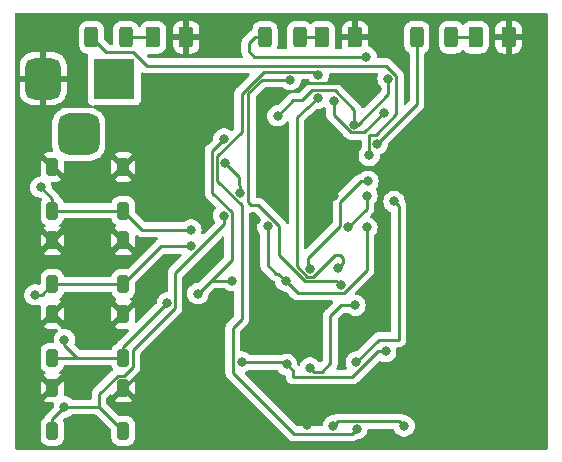
<source format=gbr>
%TF.GenerationSoftware,KiCad,Pcbnew,7.0.8*%
%TF.CreationDate,2023-11-29T21:04:09-06:00*%
%TF.ProjectId,Clock1_v2,436c6f63-6b31-45f7-9632-2e6b69636164,rev?*%
%TF.SameCoordinates,Original*%
%TF.FileFunction,Copper,L2,Bot*%
%TF.FilePolarity,Positive*%
%FSLAX46Y46*%
G04 Gerber Fmt 4.6, Leading zero omitted, Abs format (unit mm)*
G04 Created by KiCad (PCBNEW 7.0.8) date 2023-11-29 21:04:09*
%MOMM*%
%LPD*%
G01*
G04 APERTURE LIST*
G04 Aperture macros list*
%AMRoundRect*
0 Rectangle with rounded corners*
0 $1 Rounding radius*
0 $2 $3 $4 $5 $6 $7 $8 $9 X,Y pos of 4 corners*
0 Add a 4 corners polygon primitive as box body*
4,1,4,$2,$3,$4,$5,$6,$7,$8,$9,$2,$3,0*
0 Add four circle primitives for the rounded corners*
1,1,$1+$1,$2,$3*
1,1,$1+$1,$4,$5*
1,1,$1+$1,$6,$7*
1,1,$1+$1,$8,$9*
0 Add four rect primitives between the rounded corners*
20,1,$1+$1,$2,$3,$4,$5,0*
20,1,$1+$1,$4,$5,$6,$7,0*
20,1,$1+$1,$6,$7,$8,$9,0*
20,1,$1+$1,$8,$9,$2,$3,0*%
G04 Aperture macros list end*
%TA.AperFunction,ComponentPad*%
%ADD10R,3.500000X3.500000*%
%TD*%
%TA.AperFunction,ComponentPad*%
%ADD11RoundRect,0.750000X-0.750000X-1.000000X0.750000X-1.000000X0.750000X1.000000X-0.750000X1.000000X0*%
%TD*%
%TA.AperFunction,ComponentPad*%
%ADD12RoundRect,0.875000X-0.875000X-0.875000X0.875000X-0.875000X0.875000X0.875000X-0.875000X0.875000X0*%
%TD*%
%TA.AperFunction,SMDPad,CuDef*%
%ADD13RoundRect,0.250000X0.312500X0.625000X-0.312500X0.625000X-0.312500X-0.625000X0.312500X-0.625000X0*%
%TD*%
%TA.AperFunction,SMDPad,CuDef*%
%ADD14RoundRect,0.250000X0.375000X0.625000X-0.375000X0.625000X-0.375000X-0.625000X0.375000X-0.625000X0*%
%TD*%
%TA.AperFunction,SMDPad,CuDef*%
%ADD15RoundRect,0.250000X0.250000X0.512000X-0.250000X0.512000X-0.250000X-0.512000X0.250000X-0.512000X0*%
%TD*%
%TA.AperFunction,ViaPad*%
%ADD16C,0.800000*%
%TD*%
%TA.AperFunction,Conductor*%
%ADD17C,0.250000*%
%TD*%
G04 APERTURE END LIST*
D10*
%TO.P,J1,1*%
%TO.N,Vin*%
X109700000Y-85100000D03*
D11*
%TO.P,J1,2*%
%TO.N,GND*%
X103700000Y-85100000D03*
D12*
%TO.P,J1,3*%
%TO.N,N/C*%
X106700000Y-89800000D03*
%TD*%
D13*
%TO.P,R10,1*%
%TO.N,Net-(D5-A)*%
X138262500Y-81600000D03*
%TO.P,R10,2*%
%TO.N,Net-(U1-PB10)*%
X135337500Y-81600000D03*
%TD*%
D14*
%TO.P,D6,1,K*%
%TO.N,GND*%
X130100000Y-81600000D03*
%TO.P,D6,2,A*%
%TO.N,Net-(D6-A)*%
X127300000Y-81600000D03*
%TD*%
D15*
%TO.P,SW3,1,1*%
%TO.N,GND*%
X110475000Y-92578000D03*
X104475000Y-92578000D03*
%TO.P,SW3,2,2*%
%TO.N,Net-(U1-PB5)*%
X110475000Y-96278000D03*
X104475000Y-96278000D03*
%TD*%
%TO.P,SW6,1,1*%
%TO.N,GND*%
X110475000Y-111250000D03*
X104475000Y-111250000D03*
%TO.P,SW6,2,2*%
%TO.N,Net-(U1-PB8)*%
X110475000Y-114950000D03*
X104475000Y-114950000D03*
%TD*%
%TO.P,SW5,1,1*%
%TO.N,GND*%
X110475000Y-105026000D03*
X104475000Y-105026000D03*
%TO.P,SW5,2,2*%
%TO.N,Net-(U1-PB7)*%
X110475000Y-108726000D03*
X104475000Y-108726000D03*
%TD*%
D14*
%TO.P,D5,1,K*%
%TO.N,GND*%
X143100000Y-81600000D03*
%TO.P,D5,2,A*%
%TO.N,Net-(D5-A)*%
X140300000Y-81600000D03*
%TD*%
D13*
%TO.P,R9,1*%
%TO.N,Net-(D4-A)*%
X110700000Y-81600000D03*
%TO.P,R9,2*%
%TO.N,Net-(U1-PB2)*%
X107775000Y-81600000D03*
%TD*%
D15*
%TO.P,SW4,1,1*%
%TO.N,GND*%
X110475000Y-98802000D03*
X104475000Y-98802000D03*
%TO.P,SW4,2,2*%
%TO.N,Net-(U1-PB6)*%
X110475000Y-102502000D03*
X104475000Y-102502000D03*
%TD*%
D14*
%TO.P,D4,1,K*%
%TO.N,GND*%
X115800000Y-81600000D03*
%TO.P,D4,2,A*%
%TO.N,Net-(D4-A)*%
X113000000Y-81600000D03*
%TD*%
D13*
%TO.P,R11,1*%
%TO.N,Net-(D6-A)*%
X125400000Y-81600000D03*
%TO.P,R11,2*%
%TO.N,Net-(U1-PB11)*%
X122475000Y-81600000D03*
%TD*%
D16*
%TO.N,GND*%
X113800000Y-112700000D03*
X128300000Y-92000000D03*
X126300000Y-92000000D03*
X135400000Y-101599998D03*
X142800000Y-109000000D03*
X142800000Y-97000000D03*
X124050000Y-92000000D03*
X132900000Y-81800000D03*
X126300000Y-90500000D03*
X142800000Y-103000000D03*
X128300000Y-95000000D03*
X118300000Y-103699998D03*
X129500000Y-105399998D03*
X124050000Y-93500000D03*
X122300000Y-102300000D03*
X121700000Y-97100000D03*
X124050000Y-90500000D03*
X115300000Y-91500000D03*
X142800000Y-115000000D03*
X142800000Y-111000000D03*
X128300000Y-93500000D03*
X142800000Y-99000000D03*
X126300000Y-95000000D03*
X124050000Y-95000000D03*
X142800000Y-107000000D03*
X126000000Y-114399998D03*
X132000000Y-86000000D03*
X142800000Y-105000000D03*
X128300000Y-90500000D03*
X138500000Y-97200000D03*
X126300000Y-93500000D03*
X142800000Y-101000000D03*
X142800000Y-113000000D03*
%TO.N,VDD*%
X128250000Y-114500000D03*
X134250000Y-114500000D03*
X130050000Y-89000000D03*
X124250000Y-102250000D03*
X122700000Y-97600000D03*
X123550000Y-88250000D03*
X131100000Y-97700000D03*
X132900000Y-85100000D03*
%TO.N,Net-(D1-K)*%
X120500000Y-109099998D03*
X124300000Y-109300000D03*
X132700000Y-108200000D03*
%TO.N,Net-(D2-K)*%
X130100000Y-104300000D03*
X126300000Y-109599998D03*
%TO.N,/epaper/epaper.spi_scl*%
X129500000Y-97700000D03*
X131100000Y-95000000D03*
%TO.N,/epaper/epaper.spi_sda*%
X126300000Y-101200000D03*
X131200000Y-93800000D03*
%TO.N,/epaper/epaper.gpio_bs*%
X128300000Y-87000000D03*
X132550000Y-88000000D03*
X130200000Y-109100000D03*
X133400000Y-95500000D03*
%TO.N,/epaper/epaper.gpio_dc*%
X127000000Y-86750000D03*
X128700000Y-101100000D03*
%TO.N,/epaper/epaper.gpio_busy_n*%
X130250000Y-114750000D03*
X127000000Y-84750000D03*
%TO.N,/epaper/epaper.gpio_reset_n*%
X124600000Y-85200000D03*
X128900000Y-102600000D03*
%TO.N,Net-(U1-BOOT0)*%
X119100000Y-92200000D03*
X120400000Y-94800000D03*
%TO.N,Net-(U1-PB5)*%
X116200000Y-97900000D03*
X103500000Y-94300000D03*
%TO.N,Net-(U1-PB6)*%
X116200000Y-99300000D03*
X103000000Y-103400000D03*
%TO.N,Net-(U1-PB7)*%
X114200000Y-104100000D03*
X105500000Y-107200000D03*
%TO.N,Net-(U1-PB8)*%
X119000000Y-96700000D03*
X105500000Y-112900000D03*
%TO.N,/nreset*%
X119000000Y-90200000D03*
X116800000Y-103300000D03*
X119700000Y-102200000D03*
%TO.N,Net-(U1-PB11)*%
X131050000Y-83250000D03*
%TO.N,Net-(U1-PB10)*%
X132000000Y-90600000D03*
%TO.N,Net-(U1-PB2)*%
X131300000Y-91600000D03*
%TD*%
D17*
%TO.N,Net-(D1-K)*%
X124852000Y-110351998D02*
X124852000Y-109852000D01*
X124852000Y-109852000D02*
X124300000Y-109300000D01*
X124099998Y-109099998D02*
X124300000Y-109300000D01*
X120500000Y-109099998D02*
X124099998Y-109099998D01*
%TO.N,Net-(U1-PB8)*%
X108425000Y-111828064D02*
X108425000Y-112900000D01*
X110017064Y-110236000D02*
X108425000Y-111828064D01*
X111300000Y-108100000D02*
X111300000Y-109500000D01*
X114852000Y-104548000D02*
X111300000Y-108100000D01*
X111300000Y-109500000D02*
X110564000Y-110236000D01*
X114852000Y-101570068D02*
X114852000Y-104548000D01*
X110564000Y-110236000D02*
X110017064Y-110236000D01*
X119000000Y-97422068D02*
X114852000Y-101570068D01*
X119000000Y-96700000D02*
X119000000Y-97422068D01*
%TO.N,/epaper/epaper.gpio_reset_n*%
X128529000Y-102229000D02*
X128900000Y-102600000D01*
X125873774Y-102229000D02*
X128529000Y-102229000D01*
%TO.N,Net-(D1-K)*%
X132022068Y-108200000D02*
X132700000Y-108200000D01*
X129870070Y-110351998D02*
X132022068Y-108200000D01*
X124852000Y-110351998D02*
X129870070Y-110351998D01*
%TO.N,/epaper/epaper.gpio_bs*%
X132100000Y-107200000D02*
X130200000Y-109100000D01*
X133800000Y-107200000D02*
X132100000Y-107200000D01*
X133400000Y-95500000D02*
X133800000Y-95900000D01*
X133800000Y-95900000D02*
X133800000Y-107200000D01*
%TO.N,GND*%
X131100000Y-81600000D02*
X131300000Y-81800000D01*
X131500000Y-85500000D02*
X132000000Y-86000000D01*
X130100000Y-81600000D02*
X131100000Y-81600000D01*
X125800000Y-85500000D02*
X131500000Y-85500000D01*
X131300000Y-81800000D02*
X132900000Y-81800000D01*
%TO.N,VDD*%
X130322068Y-89000000D02*
X130050000Y-89000000D01*
X126479932Y-86098000D02*
X125629932Y-86948000D01*
X122700000Y-100900000D02*
X123400000Y-101600000D01*
X132900000Y-85100000D02*
X132900000Y-86422068D01*
X122700000Y-97600000D02*
X122700000Y-100900000D01*
X128652000Y-114098000D02*
X128250000Y-114500000D01*
X129170068Y-103252000D02*
X125252000Y-103252000D01*
X123600000Y-101600000D02*
X123400000Y-101600000D01*
X132900000Y-86422068D02*
X130322068Y-89000000D01*
X130050000Y-87750000D02*
X130050000Y-89000000D01*
X128398000Y-86098000D02*
X126479932Y-86098000D01*
X124250000Y-102250000D02*
X123600000Y-101600000D01*
X134250000Y-114500000D02*
X133848000Y-114098000D01*
X124852000Y-86948000D02*
X125629932Y-86948000D01*
X123550000Y-88250000D02*
X124852000Y-86948000D01*
X131100000Y-97700000D02*
X131100000Y-101322068D01*
X131100000Y-101322068D02*
X129170068Y-103252000D01*
X133848000Y-114098000D02*
X128652000Y-114098000D01*
X130050000Y-87750000D02*
X128398000Y-86098000D01*
X125252000Y-103252000D02*
X124250000Y-102250000D01*
%TO.N,Net-(D2-K)*%
X130100000Y-104300000D02*
X130000000Y-104300000D01*
X126600000Y-109899998D02*
X126300000Y-109599998D01*
X128000000Y-109199998D02*
X127300000Y-109899998D01*
X128000000Y-105199998D02*
X128899998Y-104300000D01*
X128899998Y-104300000D02*
X130100000Y-104300000D01*
X128000000Y-105199998D02*
X128000000Y-109199998D01*
X127300000Y-109899998D02*
X126600000Y-109899998D01*
%TO.N,/epaper/epaper.spi_scl*%
X129500000Y-97700000D02*
X131100000Y-96100000D01*
X131100000Y-96100000D02*
X131100000Y-95000000D01*
%TO.N,/epaper/epaper.spi_sda*%
X131200000Y-93800000D02*
X130600000Y-93800000D01*
X126100000Y-100300000D02*
X128848000Y-97552000D01*
X126100000Y-101000000D02*
X126100000Y-100300000D01*
X130600000Y-93800000D02*
X128848000Y-95552000D01*
X126300000Y-101200000D02*
X126100000Y-101000000D01*
X128848000Y-97552000D02*
X128848000Y-95552000D01*
%TO.N,/epaper/epaper.gpio_bs*%
X129779932Y-89652000D02*
X128300000Y-88172068D01*
X132550000Y-88000000D02*
X130898000Y-89652000D01*
X128300000Y-88172068D02*
X128300000Y-87000000D01*
X130898000Y-89652000D02*
X129779932Y-89652000D01*
%TO.N,/epaper/epaper.gpio_dc*%
X126570068Y-101852000D02*
X126029932Y-101852000D01*
X128700000Y-101100000D02*
X129100000Y-100700000D01*
X128822068Y-100022068D02*
X128400000Y-100022068D01*
X128400000Y-100022068D02*
X126570068Y-101852000D01*
X129100000Y-100700000D02*
X129100000Y-100300000D01*
X125148000Y-100970068D02*
X125148000Y-88352000D01*
X129100000Y-100300000D02*
X128822068Y-100022068D01*
X125148000Y-88352000D02*
X127000000Y-86750000D01*
X126029932Y-101852000D02*
X125148000Y-100970068D01*
X127000000Y-86750000D02*
X126750000Y-86750000D01*
%TO.N,/epaper/epaper.gpio_busy_n*%
X120500000Y-89622068D02*
X120500000Y-86366842D01*
X129848000Y-115152000D02*
X124902000Y-115152000D01*
X130250000Y-114750000D02*
X129848000Y-115152000D01*
X119750000Y-106208158D02*
X120500000Y-105458158D01*
X118448000Y-93770068D02*
X118448000Y-91674068D01*
X124902000Y-115152000D02*
X119750000Y-110000000D01*
X120500000Y-105458158D02*
X120500000Y-95822068D01*
X126500000Y-84500000D02*
X127000000Y-84750000D01*
X118448000Y-91674068D02*
X120500000Y-89622068D01*
X122366842Y-84500000D02*
X126500000Y-84500000D01*
X119750000Y-110000000D02*
X119750000Y-106208158D01*
X120500000Y-86366842D02*
X122366842Y-84500000D01*
X120500000Y-95822068D02*
X118448000Y-93770068D01*
X127000000Y-84750000D02*
X126750000Y-84750000D01*
%TO.N,/epaper/epaper.gpio_reset_n*%
X121300000Y-95800000D02*
X121900000Y-95800000D01*
X124600000Y-85200000D02*
X122200000Y-85200000D01*
X122200000Y-85200000D02*
X121052000Y-86348000D01*
X121052000Y-86348000D02*
X121052000Y-95552000D01*
X123700000Y-97600000D02*
X123700000Y-100055226D01*
X121900000Y-95800000D02*
X123700000Y-97600000D01*
X121052000Y-95552000D02*
X121300000Y-95800000D01*
X123700000Y-100055226D02*
X125873774Y-102229000D01*
%TO.N,Net-(U1-BOOT0)*%
X120400000Y-94800000D02*
X120300000Y-94700000D01*
X119100000Y-92200000D02*
X120300000Y-93400000D01*
X120300000Y-93400000D02*
X120400000Y-94800000D01*
%TO.N,Net-(U1-PB5)*%
X112097000Y-97900000D02*
X116200000Y-97900000D01*
X104475000Y-96278000D02*
X110475000Y-96278000D01*
X110475000Y-96278000D02*
X112097000Y-97900000D01*
X104475000Y-95275000D02*
X103500000Y-94300000D01*
X104475000Y-96278000D02*
X104475000Y-95275000D01*
X116200000Y-97900000D02*
X116100000Y-97900000D01*
%TO.N,Net-(U1-PB6)*%
X103577000Y-103400000D02*
X104475000Y-102502000D01*
X110475000Y-102502000D02*
X113677000Y-99300000D01*
X104475000Y-102502000D02*
X110475000Y-102502000D01*
X113677000Y-99300000D02*
X116200000Y-99300000D01*
X103000000Y-103400000D02*
X103577000Y-103400000D01*
%TO.N,Net-(U1-PB7)*%
X106600000Y-108726000D02*
X110475000Y-108726000D01*
X114200000Y-104100000D02*
X110475000Y-107825000D01*
X105500000Y-107200000D02*
X105500000Y-107626000D01*
X105500000Y-107626000D02*
X106600000Y-108726000D01*
X110475000Y-107825000D02*
X110475000Y-108726000D01*
X104475000Y-108726000D02*
X106600000Y-108726000D01*
%TO.N,Net-(U1-PB8)*%
X104475000Y-113925000D02*
X105500000Y-112900000D01*
X104475000Y-114950000D02*
X104475000Y-113925000D01*
X105500000Y-112900000D02*
X108425000Y-112900000D01*
X108425000Y-112900000D02*
X110475000Y-114950000D01*
%TO.N,/nreset*%
X119000000Y-90200000D02*
X119200000Y-90300000D01*
X118000000Y-94777932D02*
X118000000Y-91200000D01*
X119652000Y-100448000D02*
X119652000Y-96429932D01*
X117900000Y-102200000D02*
X119700000Y-102200000D01*
X117900000Y-102200000D02*
X119652000Y-100448000D01*
X118000000Y-91200000D02*
X119000000Y-90200000D01*
X119652000Y-96429932D02*
X118000000Y-94777932D01*
X119700000Y-102200000D02*
X119600000Y-102200000D01*
X116800000Y-103300000D02*
X117900000Y-102200000D01*
%TO.N,Net-(D4-A)*%
X110700000Y-81600000D02*
X113000000Y-81600000D01*
%TO.N,Net-(D5-A)*%
X138262500Y-81600000D02*
X140300000Y-81600000D01*
%TO.N,Net-(D6-A)*%
X125400000Y-81600000D02*
X127300000Y-81600000D01*
%TO.N,Net-(U1-PB11)*%
X121100000Y-82100000D02*
X121600000Y-81600000D01*
X121100000Y-82800000D02*
X121100000Y-82100000D01*
X121600000Y-81600000D02*
X122475000Y-81600000D01*
X121100000Y-82800000D02*
X121550000Y-83250000D01*
X131050000Y-83250000D02*
X121550000Y-83250000D01*
%TO.N,Net-(U1-PB10)*%
X135337500Y-87262500D02*
X135337500Y-81600000D01*
X132000000Y-90600000D02*
X135337500Y-87262500D01*
%TO.N,Net-(U1-PB2)*%
X131300000Y-91600000D02*
X131300000Y-89881932D01*
X131300000Y-89881932D02*
X131840136Y-89881932D01*
X131840136Y-89881932D02*
X133600000Y-88122068D01*
X133600000Y-88122068D02*
X133600000Y-84877932D01*
X111308382Y-82852000D02*
X109027000Y-82852000D01*
X112456382Y-84000000D02*
X111308382Y-82852000D01*
X133600000Y-84877932D02*
X132722068Y-84000000D01*
X109027000Y-82852000D02*
X107775000Y-81600000D01*
X132722068Y-84000000D02*
X112456382Y-84000000D01*
%TD*%
%TA.AperFunction,Conductor*%
%TO.N,GND*%
G36*
X121656587Y-96445185D02*
G01*
X121677229Y-96461819D01*
X122033850Y-96818441D01*
X122067335Y-96879764D01*
X122062351Y-96949456D01*
X122038319Y-96989094D01*
X121967466Y-97067784D01*
X121872821Y-97231715D01*
X121872818Y-97231722D01*
X121814404Y-97411503D01*
X121814326Y-97411744D01*
X121794540Y-97600000D01*
X121814326Y-97788256D01*
X121814327Y-97788259D01*
X121872818Y-97968277D01*
X121872821Y-97968284D01*
X121967467Y-98132216D01*
X122010772Y-98180310D01*
X122042650Y-98215715D01*
X122072880Y-98278706D01*
X122074500Y-98298687D01*
X122074500Y-100817255D01*
X122072775Y-100832872D01*
X122073061Y-100832899D01*
X122072326Y-100840665D01*
X122074500Y-100909814D01*
X122074500Y-100939343D01*
X122074501Y-100939360D01*
X122075368Y-100946231D01*
X122075826Y-100952050D01*
X122077290Y-100998624D01*
X122077291Y-100998627D01*
X122082880Y-101017867D01*
X122086824Y-101036911D01*
X122089336Y-101056792D01*
X122100220Y-101084282D01*
X122106490Y-101100119D01*
X122108382Y-101105647D01*
X122116824Y-101134704D01*
X122121382Y-101150390D01*
X122124461Y-101155597D01*
X122131580Y-101167634D01*
X122140138Y-101185103D01*
X122147514Y-101203732D01*
X122174898Y-101241423D01*
X122178106Y-101246307D01*
X122201827Y-101286416D01*
X122201833Y-101286424D01*
X122215990Y-101300580D01*
X122228628Y-101315376D01*
X122240405Y-101331586D01*
X122240406Y-101331587D01*
X122276309Y-101361288D01*
X122280620Y-101365210D01*
X122744567Y-101829158D01*
X122899197Y-101983788D01*
X122909022Y-101996051D01*
X122909243Y-101995869D01*
X122914214Y-102001878D01*
X122940217Y-102026295D01*
X122964635Y-102049226D01*
X122985529Y-102070120D01*
X122991011Y-102074373D01*
X122995443Y-102078157D01*
X123029418Y-102110062D01*
X123046976Y-102119714D01*
X123063235Y-102130395D01*
X123079064Y-102142673D01*
X123121838Y-102161182D01*
X123127056Y-102163738D01*
X123167908Y-102186197D01*
X123187316Y-102191180D01*
X123205717Y-102197480D01*
X123224104Y-102205437D01*
X123247838Y-102209196D01*
X123310971Y-102239124D01*
X123347903Y-102298435D01*
X123351761Y-102318707D01*
X123364326Y-102438256D01*
X123364327Y-102438259D01*
X123422818Y-102618277D01*
X123422821Y-102618284D01*
X123517467Y-102782216D01*
X123594513Y-102867784D01*
X123644129Y-102922888D01*
X123797265Y-103034148D01*
X123797270Y-103034151D01*
X123970192Y-103111142D01*
X123970197Y-103111144D01*
X124155354Y-103150500D01*
X124214548Y-103150500D01*
X124281587Y-103170185D01*
X124302228Y-103186818D01*
X124541414Y-103426005D01*
X124751197Y-103635788D01*
X124761022Y-103648051D01*
X124761243Y-103647869D01*
X124766214Y-103653878D01*
X124792217Y-103678295D01*
X124816635Y-103701226D01*
X124837529Y-103722120D01*
X124843011Y-103726373D01*
X124847443Y-103730157D01*
X124881418Y-103762062D01*
X124898976Y-103771714D01*
X124915233Y-103782393D01*
X124931064Y-103794673D01*
X124950737Y-103803186D01*
X124973833Y-103813182D01*
X124979077Y-103815750D01*
X125019908Y-103838197D01*
X125032523Y-103841435D01*
X125039305Y-103843177D01*
X125057719Y-103849481D01*
X125076104Y-103857438D01*
X125122157Y-103864732D01*
X125127826Y-103865906D01*
X125172981Y-103877500D01*
X125193016Y-103877500D01*
X125212413Y-103879026D01*
X125232196Y-103882160D01*
X125278584Y-103877775D01*
X125284422Y-103877500D01*
X128138544Y-103877500D01*
X128205583Y-103897185D01*
X128251338Y-103949989D01*
X128261282Y-104019147D01*
X128232257Y-104082703D01*
X128226225Y-104089181D01*
X127616208Y-104699197D01*
X127603951Y-104709018D01*
X127604134Y-104709239D01*
X127598123Y-104714211D01*
X127550772Y-104764634D01*
X127529889Y-104785517D01*
X127529877Y-104785530D01*
X127525621Y-104791015D01*
X127521837Y-104795445D01*
X127489937Y-104829416D01*
X127489936Y-104829418D01*
X127480284Y-104846974D01*
X127469610Y-104863224D01*
X127457329Y-104879059D01*
X127457324Y-104879066D01*
X127438815Y-104921836D01*
X127436245Y-104927082D01*
X127413803Y-104967904D01*
X127408822Y-104987305D01*
X127402521Y-105005708D01*
X127394562Y-105024100D01*
X127394561Y-105024103D01*
X127387271Y-105070125D01*
X127386087Y-105075844D01*
X127374501Y-105120970D01*
X127374500Y-105120980D01*
X127374500Y-105141014D01*
X127372973Y-105160411D01*
X127372857Y-105161144D01*
X127369840Y-105180192D01*
X127369840Y-105180193D01*
X127374225Y-105226581D01*
X127374500Y-105232419D01*
X127374500Y-108889544D01*
X127354815Y-108956583D01*
X127338181Y-108977225D01*
X127225530Y-109089876D01*
X127164207Y-109123361D01*
X127094515Y-109118377D01*
X127038582Y-109076505D01*
X127035736Y-109072191D01*
X127032534Y-109067783D01*
X126905870Y-108927109D01*
X126752734Y-108815849D01*
X126752729Y-108815846D01*
X126579807Y-108738855D01*
X126579802Y-108738853D01*
X126434001Y-108707863D01*
X126394646Y-108699498D01*
X126205354Y-108699498D01*
X126172897Y-108706396D01*
X126020197Y-108738853D01*
X126020192Y-108738855D01*
X125847270Y-108815846D01*
X125847265Y-108815849D01*
X125694129Y-108927109D01*
X125567466Y-109067783D01*
X125472821Y-109231713D01*
X125472819Y-109231717D01*
X125447919Y-109308353D01*
X125408481Y-109366028D01*
X125344122Y-109393226D01*
X125275276Y-109381311D01*
X125242320Y-109357728D01*
X125238973Y-109354382D01*
X125205479Y-109293064D01*
X125203323Y-109279668D01*
X125185674Y-109111744D01*
X125127179Y-108931716D01*
X125032533Y-108767784D01*
X124905871Y-108627112D01*
X124905870Y-108627111D01*
X124752734Y-108515851D01*
X124752729Y-108515848D01*
X124579807Y-108438857D01*
X124579802Y-108438855D01*
X124434001Y-108407865D01*
X124394646Y-108399500D01*
X124205354Y-108399500D01*
X124172897Y-108406398D01*
X124020197Y-108438855D01*
X124020196Y-108438855D01*
X123973122Y-108459815D01*
X123964223Y-108463777D01*
X123913788Y-108474498D01*
X121203748Y-108474498D01*
X121136709Y-108454813D01*
X121111600Y-108433472D01*
X121105873Y-108427112D01*
X121105869Y-108427108D01*
X120952734Y-108315849D01*
X120952729Y-108315846D01*
X120779807Y-108238855D01*
X120779802Y-108238853D01*
X120624497Y-108205843D01*
X120594646Y-108199498D01*
X120499500Y-108199498D01*
X120432461Y-108179813D01*
X120386706Y-108127009D01*
X120375500Y-108075498D01*
X120375500Y-106518610D01*
X120395185Y-106451571D01*
X120411819Y-106430929D01*
X120640421Y-106202327D01*
X120883788Y-105958959D01*
X120896042Y-105949144D01*
X120895859Y-105948922D01*
X120901866Y-105943950D01*
X120901877Y-105943944D01*
X120932775Y-105911040D01*
X120949227Y-105893522D01*
X120959671Y-105883076D01*
X120970120Y-105872629D01*
X120974379Y-105867136D01*
X120978152Y-105862719D01*
X121010062Y-105828740D01*
X121019713Y-105811182D01*
X121030396Y-105794919D01*
X121042673Y-105779094D01*
X121061185Y-105736311D01*
X121063738Y-105731099D01*
X121086197Y-105690250D01*
X121091180Y-105670838D01*
X121097481Y-105652438D01*
X121105437Y-105634054D01*
X121112729Y-105588010D01*
X121113906Y-105582329D01*
X121125500Y-105537177D01*
X121125500Y-105517141D01*
X121127027Y-105497740D01*
X121130160Y-105477962D01*
X121125775Y-105431573D01*
X121125500Y-105425735D01*
X121125500Y-96550843D01*
X121145185Y-96483804D01*
X121197989Y-96438049D01*
X121267147Y-96428105D01*
X121268800Y-96428355D01*
X121280196Y-96430160D01*
X121326584Y-96425775D01*
X121332422Y-96425500D01*
X121589548Y-96425500D01*
X121656587Y-96445185D01*
G37*
%TD.AperFunction*%
%TA.AperFunction,Conductor*%
G36*
X126172435Y-85145185D02*
G01*
X126212783Y-85187501D01*
X126267463Y-85282211D01*
X126267465Y-85282214D01*
X126296601Y-85314573D01*
X126326830Y-85377564D01*
X126318204Y-85446900D01*
X126273463Y-85500565D01*
X126239048Y-85516619D01*
X126229548Y-85519379D01*
X126229542Y-85519381D01*
X126212298Y-85529579D01*
X126194837Y-85538133D01*
X126176206Y-85545510D01*
X126176194Y-85545517D01*
X126138502Y-85572902D01*
X126133619Y-85576109D01*
X126093512Y-85599829D01*
X126079346Y-85613995D01*
X126064556Y-85626627D01*
X126048346Y-85638404D01*
X126048343Y-85638407D01*
X126018642Y-85674309D01*
X126014709Y-85678631D01*
X125407160Y-86286181D01*
X125345837Y-86319666D01*
X125319479Y-86322500D01*
X124934738Y-86322500D01*
X124919121Y-86320776D01*
X124919094Y-86321062D01*
X124911332Y-86320327D01*
X124842204Y-86322500D01*
X124829999Y-86322500D01*
X124762960Y-86302815D01*
X124746868Y-86284244D01*
X124737069Y-86305703D01*
X124689000Y-86339793D01*
X124681031Y-86342948D01*
X124651883Y-86354488D01*
X124646358Y-86356380D01*
X124601613Y-86369380D01*
X124601610Y-86369381D01*
X124584366Y-86379579D01*
X124566905Y-86388133D01*
X124548274Y-86395510D01*
X124548262Y-86395517D01*
X124510570Y-86422902D01*
X124505687Y-86426109D01*
X124465580Y-86449829D01*
X124451414Y-86463995D01*
X124436624Y-86476627D01*
X124420414Y-86488404D01*
X124420411Y-86488407D01*
X124390710Y-86524309D01*
X124386777Y-86528631D01*
X123602228Y-87313181D01*
X123540905Y-87346666D01*
X123514547Y-87349500D01*
X123455354Y-87349500D01*
X123422897Y-87356398D01*
X123270197Y-87388855D01*
X123270192Y-87388857D01*
X123097270Y-87465848D01*
X123097265Y-87465851D01*
X122944129Y-87577111D01*
X122817466Y-87717785D01*
X122722821Y-87881715D01*
X122722818Y-87881722D01*
X122664327Y-88061740D01*
X122664326Y-88061744D01*
X122644540Y-88250000D01*
X122664326Y-88438256D01*
X122664327Y-88438259D01*
X122722818Y-88618277D01*
X122722821Y-88618284D01*
X122817467Y-88782216D01*
X122861733Y-88831378D01*
X122944129Y-88922888D01*
X123097265Y-89034148D01*
X123097270Y-89034151D01*
X123270192Y-89111142D01*
X123270197Y-89111144D01*
X123455354Y-89150500D01*
X123455355Y-89150500D01*
X123644644Y-89150500D01*
X123644646Y-89150500D01*
X123829803Y-89111144D01*
X124002730Y-89034151D01*
X124155871Y-88922888D01*
X124282533Y-88782216D01*
X124291112Y-88767355D01*
X124341679Y-88719140D01*
X124410285Y-88705916D01*
X124475151Y-88731883D01*
X124515680Y-88788797D01*
X124522500Y-88829355D01*
X124522500Y-97317790D01*
X124502815Y-97384829D01*
X124450011Y-97430584D01*
X124380853Y-97440528D01*
X124317297Y-97411503D01*
X124282034Y-97356633D01*
X124281716Y-97356771D01*
X124280876Y-97354831D01*
X124279523Y-97352725D01*
X124279424Y-97352387D01*
X124278617Y-97349610D01*
X124278616Y-97349608D01*
X124268421Y-97332369D01*
X124259860Y-97314893D01*
X124252486Y-97296269D01*
X124252486Y-97296267D01*
X124242474Y-97282488D01*
X124225083Y-97258550D01*
X124221900Y-97253705D01*
X124198170Y-97213579D01*
X124198165Y-97213573D01*
X124184005Y-97199413D01*
X124171370Y-97184620D01*
X124159593Y-97168412D01*
X124123693Y-97138713D01*
X124119381Y-97134790D01*
X122400803Y-95416212D01*
X122390980Y-95403950D01*
X122390759Y-95404134D01*
X122385786Y-95398123D01*
X122380195Y-95392873D01*
X122335364Y-95350773D01*
X122323898Y-95339307D01*
X122314475Y-95329883D01*
X122308986Y-95325625D01*
X122304561Y-95321847D01*
X122270582Y-95289938D01*
X122270580Y-95289936D01*
X122270577Y-95289935D01*
X122253029Y-95280288D01*
X122236763Y-95269604D01*
X122220933Y-95257325D01*
X122178168Y-95238818D01*
X122172922Y-95236248D01*
X122132093Y-95213803D01*
X122132092Y-95213802D01*
X122112693Y-95208822D01*
X122094281Y-95202518D01*
X122075898Y-95194562D01*
X122075892Y-95194560D01*
X122029874Y-95187272D01*
X122024152Y-95186087D01*
X121979021Y-95174500D01*
X121979019Y-95174500D01*
X121958984Y-95174500D01*
X121939586Y-95172973D01*
X121932162Y-95171797D01*
X121919805Y-95169840D01*
X121919804Y-95169840D01*
X121873416Y-95174225D01*
X121867578Y-95174500D01*
X121801500Y-95174500D01*
X121734461Y-95154815D01*
X121688706Y-95102011D01*
X121677500Y-95050500D01*
X121677500Y-86658452D01*
X121697185Y-86591413D01*
X121713819Y-86570771D01*
X122422772Y-85861819D01*
X122484095Y-85828334D01*
X122510453Y-85825500D01*
X123896252Y-85825500D01*
X123963291Y-85845185D01*
X123988400Y-85866526D01*
X123994126Y-85872885D01*
X123994130Y-85872889D01*
X124147265Y-85984148D01*
X124147270Y-85984151D01*
X124320192Y-86061142D01*
X124320197Y-86061144D01*
X124505354Y-86100500D01*
X124505355Y-86100500D01*
X124643356Y-86100500D01*
X124710395Y-86120185D01*
X124726486Y-86138755D01*
X124736286Y-86117297D01*
X124795064Y-86079523D01*
X124804218Y-86077210D01*
X124818415Y-86074192D01*
X124879803Y-86061144D01*
X125052730Y-85984151D01*
X125205871Y-85872888D01*
X125332533Y-85732216D01*
X125427179Y-85568284D01*
X125485674Y-85388256D01*
X125501619Y-85236536D01*
X125528203Y-85171924D01*
X125585501Y-85131939D01*
X125624940Y-85125500D01*
X126105396Y-85125500D01*
X126172435Y-85145185D01*
G37*
%TD.AperFunction*%
%TA.AperFunction,Conductor*%
G36*
X132003700Y-84645185D02*
G01*
X132049455Y-84697989D01*
X132059399Y-84767147D01*
X132054592Y-84787818D01*
X132028496Y-84868135D01*
X132014326Y-84911744D01*
X131994540Y-85100000D01*
X132014326Y-85288256D01*
X132014327Y-85288259D01*
X132072818Y-85468277D01*
X132072821Y-85468284D01*
X132167467Y-85632216D01*
X132205368Y-85674309D01*
X132242650Y-85715715D01*
X132272880Y-85778706D01*
X132274500Y-85798687D01*
X132274500Y-86111614D01*
X132254815Y-86178653D01*
X132238181Y-86199295D01*
X130846497Y-87590978D01*
X130785174Y-87624463D01*
X130715482Y-87619479D01*
X130659549Y-87577607D01*
X130639740Y-87537893D01*
X130628618Y-87499610D01*
X130625650Y-87494592D01*
X130618423Y-87482371D01*
X130609861Y-87464894D01*
X130602487Y-87446270D01*
X130602486Y-87446268D01*
X130575079Y-87408545D01*
X130571888Y-87403686D01*
X130565198Y-87392374D01*
X130548170Y-87363580D01*
X130548168Y-87363578D01*
X130548165Y-87363574D01*
X130534006Y-87349415D01*
X130521368Y-87334619D01*
X130511824Y-87321483D01*
X130509594Y-87318413D01*
X130495470Y-87306729D01*
X130473688Y-87288709D01*
X130469376Y-87284786D01*
X128898803Y-85714212D01*
X128888980Y-85701950D01*
X128888759Y-85702134D01*
X128883786Y-85696123D01*
X128865159Y-85678631D01*
X128833364Y-85648773D01*
X128822919Y-85638328D01*
X128812475Y-85627883D01*
X128806986Y-85623625D01*
X128802561Y-85619847D01*
X128768582Y-85587938D01*
X128768580Y-85587936D01*
X128768577Y-85587935D01*
X128751029Y-85578288D01*
X128734763Y-85567604D01*
X128718933Y-85555325D01*
X128676168Y-85536818D01*
X128670922Y-85534248D01*
X128630093Y-85511803D01*
X128630092Y-85511802D01*
X128610693Y-85506822D01*
X128592281Y-85500518D01*
X128573898Y-85492562D01*
X128573892Y-85492560D01*
X128527874Y-85485272D01*
X128522152Y-85484087D01*
X128477021Y-85472500D01*
X128477019Y-85472500D01*
X128456984Y-85472500D01*
X128437586Y-85470973D01*
X128430162Y-85469797D01*
X128417805Y-85467840D01*
X128417804Y-85467840D01*
X128371416Y-85472225D01*
X128365578Y-85472500D01*
X127837447Y-85472500D01*
X127770408Y-85452815D01*
X127724653Y-85400011D01*
X127714709Y-85330853D01*
X127730060Y-85286500D01*
X127780000Y-85200000D01*
X127827179Y-85118284D01*
X127885674Y-84938256D01*
X127905460Y-84750000D01*
X127905460Y-84749997D01*
X127905460Y-84749500D01*
X127905541Y-84749222D01*
X127906139Y-84743537D01*
X127907178Y-84743646D01*
X127925145Y-84682461D01*
X127977949Y-84636706D01*
X128029460Y-84625500D01*
X131936661Y-84625500D01*
X132003700Y-84645185D01*
G37*
%TD.AperFunction*%
%TA.AperFunction,Conductor*%
G36*
X146343039Y-79519685D02*
G01*
X146388794Y-79572489D01*
X146400000Y-79624000D01*
X146400000Y-116376000D01*
X146380315Y-116443039D01*
X146327511Y-116488794D01*
X146276000Y-116500000D01*
X101424000Y-116500000D01*
X101356961Y-116480315D01*
X101311206Y-116427511D01*
X101300000Y-116376000D01*
X101300000Y-111811970D01*
X103475000Y-111811970D01*
X103475002Y-111811991D01*
X103482828Y-111888616D01*
X103482829Y-111888617D01*
X104121447Y-111250000D01*
X103482829Y-110611382D01*
X103475000Y-110688012D01*
X103475000Y-111811970D01*
X101300000Y-111811970D01*
X101300000Y-103400000D01*
X102094540Y-103400000D01*
X102114326Y-103588256D01*
X102114327Y-103588259D01*
X102172818Y-103768277D01*
X102172821Y-103768284D01*
X102267467Y-103932216D01*
X102394129Y-104072888D01*
X102547265Y-104184148D01*
X102547270Y-104184151D01*
X102720192Y-104261142D01*
X102720197Y-104261144D01*
X102905354Y-104300500D01*
X102905355Y-104300500D01*
X103094644Y-104300500D01*
X103094646Y-104300500D01*
X103279803Y-104261144D01*
X103310467Y-104247491D01*
X103379712Y-104238205D01*
X103442990Y-104267831D01*
X103480205Y-104326965D01*
X103484260Y-104373372D01*
X103475000Y-104464011D01*
X103475000Y-105587970D01*
X103475002Y-105587991D01*
X103482828Y-105664616D01*
X103482829Y-105664617D01*
X104121446Y-105026000D01*
X104828553Y-105026000D01*
X105467170Y-105664617D01*
X105474999Y-105587986D01*
X105474999Y-105587970D01*
X109475000Y-105587970D01*
X109475002Y-105587991D01*
X109482828Y-105664616D01*
X109482829Y-105664617D01*
X110121447Y-105026000D01*
X110121447Y-105025999D01*
X109482828Y-104387381D01*
X109475000Y-104464012D01*
X109475000Y-105587970D01*
X105474999Y-105587970D01*
X105474999Y-104464028D01*
X105474998Y-104464012D01*
X105467169Y-104387382D01*
X105467169Y-104387381D01*
X104828553Y-105025999D01*
X104828553Y-105026000D01*
X104121446Y-105026000D01*
X105209554Y-103937893D01*
X105193344Y-103921683D01*
X105193340Y-103921680D01*
X105109280Y-103869831D01*
X105062555Y-103817883D01*
X105051334Y-103748921D01*
X105079177Y-103684839D01*
X105109278Y-103658756D01*
X105193656Y-103606712D01*
X105317712Y-103482656D01*
X105409814Y-103333334D01*
X105449856Y-103212493D01*
X105489627Y-103155051D01*
X105554143Y-103128228D01*
X105567561Y-103127500D01*
X109382438Y-103127500D01*
X109449477Y-103147185D01*
X109495232Y-103199989D01*
X109500143Y-103212492D01*
X109540186Y-103333334D01*
X109605271Y-103438855D01*
X109632289Y-103482657D01*
X109756344Y-103606712D01*
X109840718Y-103658754D01*
X109887443Y-103710702D01*
X109898666Y-103779664D01*
X109870822Y-103843747D01*
X109840720Y-103869831D01*
X109756656Y-103921682D01*
X109756655Y-103921683D01*
X109740446Y-103937893D01*
X110475000Y-104672447D01*
X111209554Y-103937893D01*
X111193344Y-103921683D01*
X111193340Y-103921680D01*
X111109280Y-103869831D01*
X111062555Y-103817883D01*
X111051334Y-103748921D01*
X111079177Y-103684839D01*
X111109278Y-103658756D01*
X111193656Y-103606712D01*
X111317712Y-103482656D01*
X111409814Y-103333334D01*
X111464999Y-103166797D01*
X111475500Y-103064009D01*
X111475499Y-102437450D01*
X111495183Y-102370412D01*
X111511813Y-102349775D01*
X113899772Y-99961819D01*
X113961095Y-99928334D01*
X113987453Y-99925500D01*
X115312615Y-99925500D01*
X115379654Y-99945185D01*
X115425409Y-99997989D01*
X115435353Y-100067147D01*
X115406328Y-100130703D01*
X115400296Y-100137181D01*
X114468208Y-101069267D01*
X114455951Y-101079088D01*
X114456134Y-101079309D01*
X114450123Y-101084281D01*
X114402772Y-101134704D01*
X114381889Y-101155587D01*
X114381877Y-101155600D01*
X114377621Y-101161085D01*
X114373837Y-101165515D01*
X114341937Y-101199486D01*
X114341936Y-101199488D01*
X114332284Y-101217044D01*
X114321610Y-101233294D01*
X114309329Y-101249129D01*
X114309324Y-101249136D01*
X114290815Y-101291906D01*
X114288245Y-101297152D01*
X114265803Y-101337974D01*
X114260822Y-101357375D01*
X114254521Y-101375778D01*
X114246562Y-101394170D01*
X114246561Y-101394173D01*
X114239271Y-101440195D01*
X114238087Y-101445914D01*
X114226501Y-101491040D01*
X114226500Y-101491050D01*
X114226500Y-101511084D01*
X114224973Y-101530483D01*
X114221840Y-101550262D01*
X114221840Y-101550263D01*
X114226225Y-101596651D01*
X114226500Y-101602489D01*
X114226500Y-103075500D01*
X114206815Y-103142539D01*
X114154011Y-103188294D01*
X114111683Y-103197502D01*
X114111822Y-103198820D01*
X114105355Y-103199499D01*
X113920197Y-103238855D01*
X113920192Y-103238857D01*
X113747270Y-103315848D01*
X113747265Y-103315851D01*
X113594129Y-103427111D01*
X113467466Y-103567785D01*
X113372821Y-103731715D01*
X113372818Y-103731722D01*
X113318736Y-103898170D01*
X113314326Y-103911744D01*
X113302580Y-104023503D01*
X113296679Y-104079649D01*
X113270094Y-104144263D01*
X113261039Y-104154368D01*
X111681361Y-105734046D01*
X111620038Y-105767531D01*
X111550346Y-105762547D01*
X111494413Y-105720675D01*
X111469996Y-105655211D01*
X111470322Y-105633760D01*
X111474999Y-105587981D01*
X111474999Y-104464028D01*
X111474998Y-104464012D01*
X111467169Y-104387382D01*
X111467169Y-104387381D01*
X110475000Y-105379553D01*
X109740446Y-106114107D01*
X109756654Y-106130315D01*
X109905875Y-106222356D01*
X109905880Y-106222358D01*
X110072302Y-106277505D01*
X110072309Y-106277506D01*
X110175019Y-106287999D01*
X110774971Y-106287999D01*
X110774982Y-106287998D01*
X110820762Y-106283321D01*
X110889455Y-106296090D01*
X110940340Y-106343970D01*
X110957262Y-106411759D01*
X110934847Y-106477936D01*
X110921047Y-106494360D01*
X110091208Y-107324199D01*
X110078951Y-107334020D01*
X110079134Y-107334241D01*
X110073123Y-107339213D01*
X110025772Y-107389636D01*
X110004889Y-107410519D01*
X110004877Y-107410532D01*
X110000621Y-107416017D01*
X109996837Y-107420447D01*
X109964937Y-107454418D01*
X109964936Y-107454420D01*
X109955286Y-107471973D01*
X109944607Y-107488230D01*
X109933188Y-107502952D01*
X109900304Y-107532493D01*
X109756342Y-107621289D01*
X109632289Y-107745342D01*
X109540187Y-107894663D01*
X109540186Y-107894666D01*
X109500143Y-108015506D01*
X109460373Y-108072949D01*
X109395857Y-108099772D01*
X109382439Y-108100500D01*
X106910452Y-108100500D01*
X106843413Y-108080815D01*
X106822771Y-108064181D01*
X106380835Y-107622244D01*
X106347350Y-107560921D01*
X106350584Y-107496248D01*
X106385674Y-107388256D01*
X106405460Y-107200000D01*
X106385674Y-107011744D01*
X106327179Y-106831716D01*
X106232533Y-106667784D01*
X106105871Y-106527112D01*
X106105870Y-106527111D01*
X105952734Y-106415851D01*
X105952729Y-106415848D01*
X105779807Y-106338857D01*
X105779802Y-106338855D01*
X105634001Y-106307865D01*
X105594646Y-106299500D01*
X105405354Y-106299500D01*
X105405352Y-106299500D01*
X105330731Y-106315361D01*
X105261064Y-106310045D01*
X105205331Y-106267907D01*
X105181226Y-106202327D01*
X105196403Y-106134126D01*
X105209554Y-106116645D01*
X105209554Y-106114107D01*
X104475000Y-105379553D01*
X103740446Y-106114107D01*
X103756654Y-106130315D01*
X103905875Y-106222356D01*
X103905880Y-106222358D01*
X104072302Y-106277505D01*
X104072309Y-106277506D01*
X104175019Y-106287999D01*
X104774971Y-106287999D01*
X104774982Y-106287998D01*
X104838870Y-106281471D01*
X104907564Y-106294240D01*
X104958449Y-106342120D01*
X104975370Y-106409909D01*
X104952955Y-106476086D01*
X104924362Y-106505145D01*
X104894130Y-106527110D01*
X104894129Y-106527111D01*
X104767466Y-106667785D01*
X104672821Y-106831715D01*
X104672818Y-106831722D01*
X104614327Y-107011740D01*
X104614326Y-107011744D01*
X104594540Y-107200000D01*
X104607839Y-107326540D01*
X104595270Y-107395268D01*
X104547538Y-107446292D01*
X104484519Y-107463500D01*
X104174999Y-107463500D01*
X104174980Y-107463501D01*
X104072203Y-107474000D01*
X104072200Y-107474001D01*
X103905668Y-107529185D01*
X103905663Y-107529187D01*
X103756342Y-107621289D01*
X103632289Y-107745342D01*
X103540187Y-107894663D01*
X103540186Y-107894666D01*
X103485001Y-108061203D01*
X103485001Y-108061204D01*
X103485000Y-108061204D01*
X103474500Y-108163983D01*
X103474500Y-109288001D01*
X103474501Y-109288018D01*
X103485000Y-109390796D01*
X103485001Y-109390799D01*
X103540185Y-109557331D01*
X103540187Y-109557336D01*
X103632289Y-109706657D01*
X103756344Y-109830712D01*
X103840718Y-109882754D01*
X103887443Y-109934702D01*
X103898666Y-110003664D01*
X103870822Y-110067747D01*
X103840720Y-110093831D01*
X103756656Y-110145682D01*
X103756655Y-110145683D01*
X103740446Y-110161893D01*
X104475000Y-110896447D01*
X105209554Y-110161893D01*
X105193344Y-110145683D01*
X105193340Y-110145680D01*
X105109280Y-110093831D01*
X105062555Y-110041883D01*
X105051334Y-109972921D01*
X105079177Y-109908839D01*
X105109278Y-109882756D01*
X105193656Y-109830712D01*
X105317712Y-109706656D01*
X105409814Y-109557334D01*
X105449856Y-109436493D01*
X105489627Y-109379051D01*
X105554143Y-109352228D01*
X105567561Y-109351500D01*
X106520981Y-109351500D01*
X106541016Y-109351500D01*
X106560413Y-109353026D01*
X106580196Y-109356160D01*
X106626584Y-109351775D01*
X106632422Y-109351500D01*
X109382438Y-109351500D01*
X109449477Y-109371185D01*
X109495232Y-109423989D01*
X109500143Y-109436492D01*
X109529967Y-109526496D01*
X109540186Y-109557333D01*
X109540189Y-109557340D01*
X109590278Y-109638547D01*
X109608718Y-109705939D01*
X109587795Y-109772603D01*
X109580281Y-109782685D01*
X109555774Y-109812309D01*
X109551841Y-109816630D01*
X108041208Y-111327263D01*
X108028951Y-111337084D01*
X108029134Y-111337305D01*
X108023123Y-111342277D01*
X107975772Y-111392700D01*
X107954889Y-111413583D01*
X107954877Y-111413596D01*
X107950621Y-111419081D01*
X107946837Y-111423511D01*
X107914937Y-111457482D01*
X107914936Y-111457484D01*
X107905284Y-111475040D01*
X107894610Y-111491290D01*
X107882329Y-111507125D01*
X107882324Y-111507132D01*
X107863815Y-111549902D01*
X107861245Y-111555148D01*
X107838803Y-111595970D01*
X107833822Y-111615371D01*
X107827521Y-111633774D01*
X107819562Y-111652166D01*
X107819561Y-111652169D01*
X107812271Y-111698191D01*
X107811087Y-111703910D01*
X107799501Y-111749036D01*
X107799500Y-111749046D01*
X107799500Y-111769080D01*
X107797973Y-111788479D01*
X107794840Y-111808258D01*
X107794840Y-111808259D01*
X107799225Y-111854647D01*
X107799500Y-111860485D01*
X107799500Y-112150500D01*
X107779815Y-112217539D01*
X107727011Y-112263294D01*
X107675500Y-112274500D01*
X106203748Y-112274500D01*
X106136709Y-112254815D01*
X106111600Y-112233474D01*
X106105873Y-112227114D01*
X106105869Y-112227110D01*
X105952734Y-112115851D01*
X105952729Y-112115848D01*
X105779807Y-112038857D01*
X105779802Y-112038855D01*
X105634001Y-112007865D01*
X105594646Y-111999500D01*
X105593156Y-111999500D01*
X105592325Y-111999256D01*
X105588178Y-111998820D01*
X105588257Y-111998061D01*
X105526117Y-111979815D01*
X105480362Y-111927011D01*
X105469798Y-111862897D01*
X105474999Y-111811986D01*
X105474999Y-110688028D01*
X105474998Y-110688012D01*
X105467169Y-110611382D01*
X105467169Y-110611381D01*
X104475000Y-111603553D01*
X103740446Y-112338107D01*
X103756654Y-112354315D01*
X103905875Y-112446356D01*
X103905880Y-112446358D01*
X104072302Y-112501505D01*
X104072309Y-112501506D01*
X104175019Y-112511999D01*
X104508555Y-112511999D01*
X104575594Y-112531683D01*
X104621349Y-112584487D01*
X104631293Y-112653646D01*
X104626487Y-112674315D01*
X104614326Y-112711744D01*
X104596679Y-112879649D01*
X104570094Y-112944263D01*
X104561039Y-112954368D01*
X104091208Y-113424199D01*
X104078951Y-113434020D01*
X104079134Y-113434241D01*
X104073123Y-113439213D01*
X104025772Y-113489636D01*
X104004889Y-113510519D01*
X104004877Y-113510532D01*
X104000621Y-113516017D01*
X103996837Y-113520447D01*
X103964937Y-113554418D01*
X103964936Y-113554420D01*
X103955284Y-113571976D01*
X103944610Y-113588226D01*
X103932329Y-113604061D01*
X103932324Y-113604068D01*
X103913815Y-113646838D01*
X103911245Y-113652084D01*
X103888803Y-113692906D01*
X103883822Y-113712307D01*
X103877519Y-113730714D01*
X103869502Y-113749240D01*
X103824812Y-113802948D01*
X103820799Y-113805531D01*
X103756344Y-113845287D01*
X103632289Y-113969342D01*
X103540187Y-114118663D01*
X103540185Y-114118668D01*
X103512349Y-114202670D01*
X103485001Y-114285203D01*
X103485001Y-114285204D01*
X103485000Y-114285204D01*
X103474500Y-114387983D01*
X103474500Y-115512001D01*
X103474501Y-115512018D01*
X103485000Y-115614796D01*
X103485001Y-115614799D01*
X103517165Y-115711862D01*
X103540186Y-115781334D01*
X103632288Y-115930656D01*
X103756344Y-116054712D01*
X103905666Y-116146814D01*
X104072203Y-116201999D01*
X104174991Y-116212500D01*
X104775008Y-116212499D01*
X104775016Y-116212498D01*
X104775019Y-116212498D01*
X104831302Y-116206748D01*
X104877797Y-116201999D01*
X105044334Y-116146814D01*
X105193656Y-116054712D01*
X105317712Y-115930656D01*
X105409814Y-115781334D01*
X105464999Y-115614797D01*
X105475500Y-115512009D01*
X105475499Y-114387992D01*
X105464999Y-114285203D01*
X105409814Y-114118666D01*
X105368241Y-114051265D01*
X105349802Y-113983875D01*
X105370724Y-113917212D01*
X105386094Y-113898495D01*
X105447774Y-113836817D01*
X105509098Y-113803333D01*
X105535454Y-113800500D01*
X105594644Y-113800500D01*
X105594646Y-113800500D01*
X105779803Y-113761144D01*
X105952730Y-113684151D01*
X106105871Y-113572888D01*
X106110627Y-113567606D01*
X106111600Y-113566526D01*
X106171087Y-113529879D01*
X106203748Y-113525500D01*
X108114548Y-113525500D01*
X108181587Y-113545185D01*
X108202229Y-113561819D01*
X109438181Y-114797772D01*
X109471666Y-114859095D01*
X109474500Y-114885453D01*
X109474500Y-115512001D01*
X109474501Y-115512019D01*
X109485000Y-115614796D01*
X109485001Y-115614799D01*
X109517165Y-115711862D01*
X109540186Y-115781334D01*
X109632288Y-115930656D01*
X109756344Y-116054712D01*
X109905666Y-116146814D01*
X110072203Y-116201999D01*
X110174991Y-116212500D01*
X110775008Y-116212499D01*
X110775016Y-116212498D01*
X110775019Y-116212498D01*
X110831302Y-116206748D01*
X110877797Y-116201999D01*
X111044334Y-116146814D01*
X111193656Y-116054712D01*
X111317712Y-115930656D01*
X111409814Y-115781334D01*
X111464999Y-115614797D01*
X111475500Y-115512009D01*
X111475499Y-114387992D01*
X111464999Y-114285203D01*
X111409814Y-114118666D01*
X111317712Y-113969344D01*
X111193656Y-113845288D01*
X111044334Y-113753186D01*
X110877797Y-113698001D01*
X110877795Y-113698000D01*
X110775010Y-113687500D01*
X110174998Y-113687500D01*
X110174978Y-113687502D01*
X110162927Y-113688733D01*
X110094235Y-113675963D01*
X110062646Y-113653056D01*
X109086819Y-112677228D01*
X109053334Y-112615905D01*
X109050500Y-112589547D01*
X109050500Y-112338107D01*
X109740446Y-112338107D01*
X109756654Y-112354315D01*
X109905875Y-112446356D01*
X109905880Y-112446358D01*
X110072302Y-112501505D01*
X110072309Y-112501506D01*
X110175019Y-112511999D01*
X110774971Y-112511999D01*
X110774987Y-112511998D01*
X110877697Y-112501505D01*
X111044119Y-112446358D01*
X111044124Y-112446356D01*
X111193345Y-112354315D01*
X111209554Y-112338107D01*
X110475000Y-111603553D01*
X109740446Y-112338107D01*
X109050500Y-112338107D01*
X109050500Y-112138515D01*
X109070185Y-112071476D01*
X109086814Y-112050839D01*
X109276641Y-111861012D01*
X109337962Y-111827529D01*
X109407654Y-111832513D01*
X109463587Y-111874385D01*
X109466935Y-111882962D01*
X109482829Y-111888617D01*
X110121447Y-111250000D01*
X110828553Y-111250000D01*
X111467170Y-111888617D01*
X111474999Y-111811986D01*
X111474999Y-110688028D01*
X111474998Y-110688012D01*
X111467169Y-110611382D01*
X111467169Y-110611381D01*
X110828553Y-111249999D01*
X110828553Y-111250000D01*
X110121447Y-111250000D01*
X110473160Y-110898287D01*
X110534483Y-110864802D01*
X110556944Y-110862030D01*
X110571620Y-110861568D01*
X110573818Y-110861500D01*
X110603347Y-110861500D01*
X110603350Y-110861500D01*
X110610228Y-110860630D01*
X110616041Y-110860172D01*
X110662627Y-110858709D01*
X110681869Y-110853117D01*
X110700912Y-110849174D01*
X110720792Y-110846664D01*
X110764122Y-110829507D01*
X110769646Y-110827617D01*
X110773396Y-110826527D01*
X110814390Y-110814618D01*
X110831629Y-110804422D01*
X110849103Y-110795862D01*
X110867727Y-110788488D01*
X110867727Y-110788487D01*
X110867732Y-110788486D01*
X110905449Y-110761082D01*
X110910305Y-110757892D01*
X110950420Y-110734170D01*
X110964589Y-110719999D01*
X110979379Y-110707368D01*
X110995587Y-110695594D01*
X111025299Y-110659676D01*
X111029212Y-110655376D01*
X111683787Y-110000802D01*
X111696042Y-109990986D01*
X111695859Y-109990764D01*
X111701866Y-109985792D01*
X111701877Y-109985786D01*
X111740682Y-109944463D01*
X111749227Y-109935364D01*
X111759671Y-109924918D01*
X111770120Y-109914471D01*
X111774379Y-109908978D01*
X111778152Y-109904561D01*
X111810062Y-109870582D01*
X111819713Y-109853024D01*
X111830396Y-109836761D01*
X111842673Y-109820936D01*
X111861185Y-109778153D01*
X111863738Y-109772941D01*
X111886197Y-109732092D01*
X111891180Y-109712680D01*
X111897481Y-109694280D01*
X111905437Y-109675896D01*
X111912729Y-109629852D01*
X111913906Y-109624171D01*
X111925500Y-109579019D01*
X111925500Y-109558983D01*
X111927027Y-109539582D01*
X111930160Y-109519804D01*
X111925775Y-109473415D01*
X111925500Y-109467577D01*
X111925500Y-108410451D01*
X111945185Y-108343412D01*
X111961814Y-108322775D01*
X115235786Y-105048802D01*
X115248048Y-105038980D01*
X115247865Y-105038759D01*
X115253867Y-105033792D01*
X115253877Y-105033786D01*
X115301241Y-104983348D01*
X115322120Y-104962470D01*
X115326373Y-104956986D01*
X115330150Y-104952563D01*
X115362062Y-104918582D01*
X115371714Y-104901023D01*
X115382389Y-104884772D01*
X115394674Y-104868936D01*
X115413186Y-104826152D01*
X115415742Y-104820935D01*
X115435209Y-104785527D01*
X115438194Y-104780098D01*
X115438194Y-104780097D01*
X115438197Y-104780092D01*
X115443180Y-104760680D01*
X115449477Y-104742291D01*
X115457438Y-104723895D01*
X115464729Y-104677853D01*
X115465908Y-104672162D01*
X115477500Y-104627019D01*
X115477500Y-104606983D01*
X115479027Y-104587582D01*
X115482160Y-104567804D01*
X115477775Y-104521415D01*
X115477500Y-104515577D01*
X115477500Y-101880520D01*
X115497185Y-101813481D01*
X115513819Y-101792839D01*
X118814819Y-98491839D01*
X118876142Y-98458354D01*
X118945834Y-98463338D01*
X119001767Y-98505210D01*
X119026184Y-98570674D01*
X119026500Y-98579520D01*
X119026500Y-100137546D01*
X119006815Y-100204585D01*
X118990181Y-100225227D01*
X117499411Y-101715996D01*
X117484621Y-101728629D01*
X117468414Y-101740405D01*
X117468408Y-101740410D01*
X117438714Y-101776303D01*
X117434798Y-101780608D01*
X117431383Y-101784025D01*
X117429880Y-101785529D01*
X117429876Y-101785533D01*
X117141045Y-102074364D01*
X116852228Y-102363181D01*
X116790905Y-102396666D01*
X116764547Y-102399500D01*
X116705354Y-102399500D01*
X116672897Y-102406398D01*
X116520197Y-102438855D01*
X116520192Y-102438857D01*
X116347270Y-102515848D01*
X116347265Y-102515851D01*
X116194129Y-102627111D01*
X116067466Y-102767785D01*
X115972821Y-102931715D01*
X115972818Y-102931722D01*
X115914521Y-103111144D01*
X115914326Y-103111744D01*
X115894540Y-103300000D01*
X115914326Y-103488256D01*
X115914327Y-103488259D01*
X115972818Y-103668277D01*
X115972821Y-103668284D01*
X116067467Y-103832216D01*
X116157063Y-103931722D01*
X116194129Y-103972888D01*
X116347265Y-104084148D01*
X116347270Y-104084151D01*
X116520192Y-104161142D01*
X116520197Y-104161144D01*
X116705354Y-104200500D01*
X116705355Y-104200500D01*
X116894644Y-104200500D01*
X116894646Y-104200500D01*
X117079803Y-104161144D01*
X117252730Y-104084151D01*
X117405871Y-103972888D01*
X117532533Y-103832216D01*
X117627179Y-103668284D01*
X117685674Y-103488256D01*
X117703321Y-103320344D01*
X117729904Y-103255734D01*
X117738950Y-103245639D01*
X118122772Y-102861819D01*
X118184095Y-102828334D01*
X118210453Y-102825500D01*
X118996252Y-102825500D01*
X119063291Y-102845185D01*
X119088400Y-102866526D01*
X119094126Y-102872885D01*
X119094130Y-102872889D01*
X119247265Y-102984148D01*
X119247270Y-102984151D01*
X119420192Y-103061142D01*
X119420197Y-103061144D01*
X119605354Y-103100500D01*
X119605355Y-103100500D01*
X119750500Y-103100500D01*
X119817539Y-103120185D01*
X119863294Y-103172989D01*
X119874500Y-103224500D01*
X119874500Y-105147704D01*
X119854815Y-105214743D01*
X119838181Y-105235385D01*
X119366208Y-105707357D01*
X119353951Y-105717178D01*
X119354134Y-105717399D01*
X119348123Y-105722371D01*
X119300772Y-105772794D01*
X119279889Y-105793677D01*
X119279877Y-105793690D01*
X119275621Y-105799175D01*
X119271837Y-105803605D01*
X119239937Y-105837576D01*
X119239936Y-105837578D01*
X119230284Y-105855134D01*
X119219610Y-105871384D01*
X119207329Y-105887219D01*
X119207324Y-105887226D01*
X119188815Y-105929996D01*
X119186245Y-105935242D01*
X119163803Y-105976064D01*
X119158822Y-105995465D01*
X119152521Y-106013868D01*
X119144562Y-106032260D01*
X119144561Y-106032263D01*
X119137271Y-106078285D01*
X119136087Y-106084004D01*
X119124501Y-106129130D01*
X119124500Y-106129140D01*
X119124500Y-106149174D01*
X119122973Y-106168573D01*
X119119840Y-106188352D01*
X119119840Y-106188353D01*
X119124225Y-106234741D01*
X119124500Y-106240579D01*
X119124500Y-109917255D01*
X119122775Y-109932872D01*
X119123061Y-109932899D01*
X119122326Y-109940665D01*
X119124500Y-110009814D01*
X119124500Y-110039343D01*
X119124501Y-110039360D01*
X119125368Y-110046231D01*
X119125826Y-110052050D01*
X119127290Y-110098624D01*
X119127291Y-110098627D01*
X119132880Y-110117867D01*
X119136824Y-110136911D01*
X119139336Y-110156792D01*
X119156490Y-110200119D01*
X119158382Y-110205647D01*
X119171381Y-110250388D01*
X119181580Y-110267634D01*
X119190138Y-110285103D01*
X119197514Y-110303732D01*
X119224898Y-110341423D01*
X119228106Y-110346307D01*
X119251827Y-110386416D01*
X119251833Y-110386424D01*
X119265990Y-110400580D01*
X119278628Y-110415376D01*
X119290405Y-110431586D01*
X119290406Y-110431587D01*
X119326309Y-110461288D01*
X119330620Y-110465210D01*
X123150609Y-114285200D01*
X124401197Y-115535788D01*
X124411022Y-115548051D01*
X124411243Y-115547869D01*
X124416214Y-115553878D01*
X124442217Y-115578295D01*
X124466635Y-115601226D01*
X124487529Y-115622120D01*
X124493011Y-115626373D01*
X124497443Y-115630157D01*
X124531418Y-115662062D01*
X124548976Y-115671714D01*
X124565235Y-115682395D01*
X124581064Y-115694673D01*
X124623838Y-115713182D01*
X124629056Y-115715738D01*
X124669908Y-115738197D01*
X124689316Y-115743180D01*
X124707717Y-115749480D01*
X124726104Y-115757437D01*
X124769488Y-115764308D01*
X124772119Y-115764725D01*
X124777839Y-115765909D01*
X124822981Y-115777500D01*
X124843016Y-115777500D01*
X124862414Y-115779026D01*
X124882194Y-115782159D01*
X124882195Y-115782160D01*
X124882195Y-115782159D01*
X124882196Y-115782160D01*
X124928584Y-115777775D01*
X124934422Y-115777500D01*
X129765257Y-115777500D01*
X129780877Y-115779224D01*
X129780904Y-115778939D01*
X129788660Y-115779671D01*
X129788667Y-115779673D01*
X129857814Y-115777500D01*
X129887350Y-115777500D01*
X129894228Y-115776630D01*
X129900041Y-115776172D01*
X129946627Y-115774709D01*
X129965869Y-115769117D01*
X129984912Y-115765174D01*
X130004792Y-115762664D01*
X130048122Y-115745507D01*
X130053646Y-115743617D01*
X130057396Y-115742527D01*
X130098390Y-115730618D01*
X130115629Y-115720422D01*
X130133103Y-115711862D01*
X130151728Y-115704488D01*
X130151729Y-115704487D01*
X130151732Y-115704486D01*
X130189444Y-115677085D01*
X130194299Y-115673896D01*
X130202382Y-115669116D01*
X130204675Y-115667761D01*
X130267784Y-115650500D01*
X130344644Y-115650500D01*
X130344646Y-115650500D01*
X130529803Y-115611144D01*
X130702730Y-115534151D01*
X130855871Y-115422888D01*
X130982533Y-115282216D01*
X131077179Y-115118284D01*
X131135674Y-114938256D01*
X131146575Y-114834536D01*
X131173158Y-114769924D01*
X131230456Y-114729939D01*
X131269895Y-114723500D01*
X133285687Y-114723500D01*
X133352726Y-114743185D01*
X133398481Y-114795989D01*
X133403618Y-114809183D01*
X133422819Y-114868281D01*
X133463219Y-114938256D01*
X133517467Y-115032216D01*
X133644129Y-115172888D01*
X133797265Y-115284148D01*
X133797270Y-115284151D01*
X133970192Y-115361142D01*
X133970197Y-115361144D01*
X134155354Y-115400500D01*
X134155355Y-115400500D01*
X134344644Y-115400500D01*
X134344646Y-115400500D01*
X134529803Y-115361144D01*
X134702730Y-115284151D01*
X134855871Y-115172888D01*
X134982533Y-115032216D01*
X135077179Y-114868284D01*
X135135674Y-114688256D01*
X135155460Y-114500000D01*
X135135674Y-114311744D01*
X135077179Y-114131716D01*
X134982533Y-113967784D01*
X134855871Y-113827112D01*
X134855870Y-113827111D01*
X134702734Y-113715851D01*
X134702729Y-113715848D01*
X134529807Y-113638857D01*
X134529802Y-113638855D01*
X134384001Y-113607865D01*
X134344646Y-113599500D01*
X134344645Y-113599500D01*
X134271450Y-113599500D01*
X134211706Y-113584158D01*
X134201021Y-113578283D01*
X134184767Y-113567606D01*
X134168935Y-113555326D01*
X134168933Y-113555325D01*
X134126168Y-113536818D01*
X134120922Y-113534248D01*
X134080093Y-113511803D01*
X134080092Y-113511802D01*
X134060693Y-113506822D01*
X134042281Y-113500518D01*
X134023898Y-113492562D01*
X134023892Y-113492560D01*
X133977874Y-113485272D01*
X133972152Y-113484087D01*
X133927021Y-113472500D01*
X133927019Y-113472500D01*
X133906984Y-113472500D01*
X133887586Y-113470973D01*
X133880162Y-113469797D01*
X133867805Y-113467840D01*
X133867804Y-113467840D01*
X133821416Y-113472225D01*
X133815578Y-113472500D01*
X128734743Y-113472500D01*
X128719122Y-113470775D01*
X128719096Y-113471061D01*
X128711334Y-113470327D01*
X128711333Y-113470327D01*
X128642186Y-113472500D01*
X128612649Y-113472500D01*
X128605766Y-113473369D01*
X128599949Y-113473826D01*
X128553373Y-113475290D01*
X128534129Y-113480881D01*
X128515079Y-113484825D01*
X128495211Y-113487334D01*
X128451884Y-113504488D01*
X128446358Y-113506379D01*
X128401614Y-113519379D01*
X128401610Y-113519381D01*
X128384366Y-113529579D01*
X128366905Y-113538133D01*
X128348274Y-113545510D01*
X128348262Y-113545517D01*
X128310570Y-113572902D01*
X128305688Y-113576109D01*
X128295339Y-113582230D01*
X128232214Y-113599500D01*
X128155354Y-113599500D01*
X128133896Y-113604061D01*
X127970197Y-113638855D01*
X127970192Y-113638857D01*
X127797270Y-113715848D01*
X127797265Y-113715851D01*
X127644129Y-113827111D01*
X127517466Y-113967785D01*
X127422821Y-114131715D01*
X127422818Y-114131722D01*
X127372949Y-114285204D01*
X127364326Y-114311744D01*
X127353424Y-114415463D01*
X127326842Y-114480076D01*
X127269544Y-114520061D01*
X127230105Y-114526500D01*
X125212453Y-114526500D01*
X125145414Y-114506815D01*
X125124772Y-114490181D01*
X120780015Y-110145424D01*
X120746530Y-110084101D01*
X120751514Y-110014409D01*
X120793386Y-109958476D01*
X120817250Y-109944468D01*
X120952730Y-109884149D01*
X121105871Y-109772886D01*
X121108788Y-109769645D01*
X121111600Y-109766524D01*
X121171087Y-109729877D01*
X121203748Y-109725498D01*
X123434262Y-109725498D01*
X123501301Y-109745183D01*
X123541648Y-109787497D01*
X123567467Y-109832216D01*
X123658123Y-109932899D01*
X123694129Y-109972888D01*
X123847265Y-110084148D01*
X123847270Y-110084151D01*
X124020192Y-110161142D01*
X124020197Y-110161144D01*
X124124796Y-110183377D01*
X124186278Y-110216569D01*
X124220054Y-110277732D01*
X124222158Y-110304631D01*
X124222283Y-110304624D01*
X124222773Y-110312410D01*
X124226378Y-110369722D01*
X124226500Y-110373593D01*
X124226500Y-110391354D01*
X124228725Y-110408966D01*
X124229090Y-110412835D01*
X124230270Y-110431586D01*
X124232696Y-110470136D01*
X124235222Y-110477912D01*
X124240309Y-110500670D01*
X124241334Y-110508782D01*
X124241336Y-110508790D01*
X124262469Y-110562168D01*
X124263788Y-110565831D01*
X124281532Y-110620438D01*
X124285907Y-110627331D01*
X124296503Y-110648127D01*
X124299511Y-110655724D01*
X124299513Y-110655729D01*
X124333265Y-110702185D01*
X124335455Y-110705407D01*
X124366213Y-110753874D01*
X124372164Y-110759462D01*
X124387604Y-110776976D01*
X124392403Y-110783583D01*
X124436647Y-110820185D01*
X124439567Y-110822759D01*
X124481418Y-110862060D01*
X124488578Y-110865996D01*
X124507879Y-110879112D01*
X124514177Y-110884322D01*
X124514178Y-110884322D01*
X124514179Y-110884323D01*
X124566125Y-110908767D01*
X124569597Y-110910536D01*
X124619903Y-110938193D01*
X124619905Y-110938193D01*
X124619908Y-110938195D01*
X124625205Y-110939554D01*
X124627814Y-110940225D01*
X124649777Y-110948131D01*
X124657174Y-110951612D01*
X124713576Y-110962371D01*
X124717362Y-110963217D01*
X124772981Y-110977498D01*
X124781153Y-110977498D01*
X124804385Y-110979694D01*
X124805989Y-110979999D01*
X124812412Y-110981225D01*
X124869724Y-110977619D01*
X124873597Y-110977498D01*
X129787327Y-110977498D01*
X129802947Y-110979222D01*
X129802974Y-110978937D01*
X129810730Y-110979669D01*
X129810737Y-110979671D01*
X129879884Y-110977498D01*
X129909420Y-110977498D01*
X129916298Y-110976628D01*
X129922111Y-110976170D01*
X129968697Y-110974707D01*
X129987939Y-110969115D01*
X130006982Y-110965172D01*
X130026862Y-110962662D01*
X130070192Y-110945505D01*
X130075716Y-110943615D01*
X130079466Y-110942525D01*
X130120460Y-110930616D01*
X130137699Y-110920420D01*
X130155173Y-110911860D01*
X130173797Y-110904486D01*
X130173797Y-110904485D01*
X130173802Y-110904484D01*
X130211519Y-110877080D01*
X130216375Y-110873890D01*
X130256490Y-110850168D01*
X130270659Y-110835997D01*
X130285449Y-110823366D01*
X130301657Y-110811592D01*
X130331369Y-110775674D01*
X130335282Y-110771374D01*
X132100894Y-109005762D01*
X132162215Y-108972279D01*
X132231907Y-108977263D01*
X132241260Y-108981670D01*
X132241333Y-108981508D01*
X132420192Y-109061142D01*
X132420197Y-109061144D01*
X132605354Y-109100500D01*
X132605355Y-109100500D01*
X132794644Y-109100500D01*
X132794646Y-109100500D01*
X132979803Y-109061144D01*
X133152730Y-108984151D01*
X133305871Y-108872888D01*
X133432533Y-108732216D01*
X133527179Y-108568284D01*
X133585674Y-108388256D01*
X133605460Y-108200000D01*
X133585674Y-108011744D01*
X133577900Y-107987818D01*
X133575905Y-107917977D01*
X133611985Y-107858144D01*
X133674686Y-107827316D01*
X133695831Y-107825500D01*
X133729153Y-107825500D01*
X133752385Y-107827696D01*
X133753989Y-107828001D01*
X133760412Y-107829227D01*
X133817724Y-107825621D01*
X133821597Y-107825500D01*
X133839342Y-107825500D01*
X133839350Y-107825500D01*
X133856990Y-107823271D01*
X133860807Y-107822910D01*
X133918138Y-107819304D01*
X133925905Y-107816780D01*
X133948680Y-107811688D01*
X133956792Y-107810664D01*
X134010195Y-107789519D01*
X134013835Y-107788209D01*
X134068441Y-107770467D01*
X134075337Y-107766090D01*
X134096133Y-107755494D01*
X134103732Y-107752486D01*
X134150191Y-107718730D01*
X134153390Y-107716555D01*
X134201877Y-107685786D01*
X134207466Y-107679833D01*
X134224979Y-107664394D01*
X134231587Y-107659594D01*
X134268190Y-107615347D01*
X134270736Y-107612457D01*
X134310062Y-107570582D01*
X134313998Y-107563421D01*
X134327119Y-107544114D01*
X134332324Y-107537823D01*
X134339263Y-107523077D01*
X134356769Y-107485874D01*
X134358528Y-107482419D01*
X134386197Y-107432092D01*
X134388227Y-107424181D01*
X134396135Y-107402218D01*
X134399614Y-107394826D01*
X134410377Y-107338401D01*
X134411210Y-107334670D01*
X134425500Y-107279019D01*
X134425500Y-107270844D01*
X134427697Y-107247606D01*
X134429227Y-107239588D01*
X134425621Y-107182275D01*
X134425500Y-107178403D01*
X134425500Y-95982737D01*
X134427224Y-95967123D01*
X134426938Y-95967096D01*
X134427672Y-95959333D01*
X134425500Y-95890202D01*
X134425500Y-95860651D01*
X134425500Y-95860650D01*
X134424629Y-95853759D01*
X134424172Y-95847945D01*
X134422709Y-95801374D01*
X134422709Y-95801372D01*
X134417120Y-95782137D01*
X134413174Y-95763084D01*
X134410664Y-95743208D01*
X134393501Y-95699859D01*
X134391614Y-95694346D01*
X134378617Y-95649610D01*
X134378616Y-95649608D01*
X134368421Y-95632369D01*
X134359860Y-95614893D01*
X134352487Y-95596271D01*
X134352486Y-95596268D01*
X134328863Y-95563754D01*
X134305862Y-95503833D01*
X134305459Y-95500004D01*
X134305460Y-95500000D01*
X134285674Y-95311744D01*
X134227179Y-95131716D01*
X134132533Y-94967784D01*
X134005871Y-94827112D01*
X134005870Y-94827111D01*
X133852734Y-94715851D01*
X133852729Y-94715848D01*
X133679807Y-94638857D01*
X133679802Y-94638855D01*
X133534001Y-94607865D01*
X133494646Y-94599500D01*
X133305354Y-94599500D01*
X133272897Y-94606398D01*
X133120197Y-94638855D01*
X133120192Y-94638857D01*
X132947270Y-94715848D01*
X132947265Y-94715851D01*
X132794129Y-94827111D01*
X132667466Y-94967785D01*
X132572821Y-95131715D01*
X132572818Y-95131722D01*
X132519005Y-95297344D01*
X132514326Y-95311744D01*
X132494540Y-95500000D01*
X132514326Y-95688256D01*
X132514327Y-95688259D01*
X132572818Y-95868277D01*
X132572821Y-95868284D01*
X132667467Y-96032216D01*
X132764140Y-96139582D01*
X132794129Y-96172888D01*
X132947265Y-96284148D01*
X132947266Y-96284148D01*
X132947270Y-96284151D01*
X133100936Y-96352568D01*
X133154173Y-96397818D01*
X133174494Y-96464667D01*
X133174500Y-96465847D01*
X133174500Y-106450500D01*
X133154815Y-106517539D01*
X133102011Y-106563294D01*
X133050500Y-106574500D01*
X132182743Y-106574500D01*
X132167122Y-106572775D01*
X132167095Y-106573061D01*
X132159333Y-106572326D01*
X132090172Y-106574500D01*
X132060649Y-106574500D01*
X132053778Y-106575367D01*
X132047959Y-106575825D01*
X132001374Y-106577289D01*
X132001368Y-106577290D01*
X131982126Y-106582880D01*
X131963087Y-106586823D01*
X131943217Y-106589334D01*
X131943203Y-106589337D01*
X131899883Y-106606488D01*
X131894358Y-106608380D01*
X131849613Y-106621380D01*
X131849610Y-106621381D01*
X131832366Y-106631579D01*
X131814905Y-106640133D01*
X131796274Y-106647510D01*
X131796262Y-106647517D01*
X131758570Y-106674902D01*
X131753687Y-106678109D01*
X131713580Y-106701829D01*
X131699414Y-106715995D01*
X131684624Y-106728627D01*
X131668414Y-106740404D01*
X131668411Y-106740407D01*
X131638710Y-106776309D01*
X131634777Y-106780631D01*
X130252228Y-108163181D01*
X130190905Y-108196666D01*
X130164547Y-108199500D01*
X130105354Y-108199500D01*
X130075512Y-108205843D01*
X129920197Y-108238855D01*
X129920192Y-108238857D01*
X129747270Y-108315848D01*
X129747265Y-108315851D01*
X129594129Y-108427111D01*
X129467466Y-108567785D01*
X129372821Y-108731715D01*
X129372818Y-108731722D01*
X129345484Y-108815849D01*
X129314326Y-108911744D01*
X129294540Y-109100000D01*
X129314326Y-109288256D01*
X129314327Y-109288259D01*
X129372818Y-109468277D01*
X129372821Y-109468284D01*
X129403218Y-109520934D01*
X129414514Y-109540498D01*
X129430987Y-109608398D01*
X129408134Y-109674425D01*
X129353213Y-109717616D01*
X129307127Y-109726498D01*
X128636337Y-109726498D01*
X128569298Y-109706813D01*
X128523543Y-109654009D01*
X128513599Y-109584851D01*
X128538359Y-109526496D01*
X128540352Y-109523925D01*
X128542673Y-109520934D01*
X128561185Y-109478151D01*
X128563738Y-109472939D01*
X128586197Y-109432090D01*
X128591180Y-109412678D01*
X128597481Y-109394278D01*
X128605437Y-109375894D01*
X128612729Y-109329850D01*
X128613906Y-109324169D01*
X128625500Y-109279017D01*
X128625500Y-109258981D01*
X128627027Y-109239580D01*
X128630160Y-109219802D01*
X128625775Y-109173416D01*
X128625500Y-109167578D01*
X128625500Y-105510450D01*
X128645185Y-105443411D01*
X128661819Y-105422769D01*
X129122770Y-104961819D01*
X129184093Y-104928334D01*
X129210451Y-104925500D01*
X129396252Y-104925500D01*
X129463291Y-104945185D01*
X129488400Y-104966526D01*
X129494126Y-104972885D01*
X129494130Y-104972889D01*
X129647265Y-105084148D01*
X129647270Y-105084151D01*
X129820192Y-105161142D01*
X129820197Y-105161144D01*
X130005354Y-105200500D01*
X130005355Y-105200500D01*
X130194644Y-105200500D01*
X130194646Y-105200500D01*
X130379803Y-105161144D01*
X130552730Y-105084151D01*
X130705871Y-104972888D01*
X130832533Y-104832216D01*
X130927179Y-104668284D01*
X130985674Y-104488256D01*
X131005460Y-104300000D01*
X130985674Y-104111744D01*
X130929186Y-103937893D01*
X130927181Y-103931722D01*
X130927180Y-103931721D01*
X130927179Y-103931716D01*
X130832533Y-103767784D01*
X130705871Y-103627112D01*
X130677793Y-103606712D01*
X130552734Y-103515851D01*
X130552729Y-103515848D01*
X130379807Y-103438857D01*
X130379802Y-103438855D01*
X130194646Y-103399500D01*
X130193037Y-103399331D01*
X130192168Y-103398973D01*
X130188289Y-103398149D01*
X130188439Y-103397439D01*
X130128424Y-103372742D01*
X130088443Y-103315442D01*
X130085788Y-103245623D01*
X130118324Y-103188332D01*
X131483787Y-101822869D01*
X131496042Y-101813054D01*
X131495859Y-101812832D01*
X131501866Y-101807860D01*
X131501877Y-101807854D01*
X131534712Y-101772888D01*
X131549227Y-101757432D01*
X131559671Y-101746986D01*
X131570120Y-101736539D01*
X131574379Y-101731046D01*
X131578152Y-101726629D01*
X131610062Y-101692650D01*
X131619715Y-101675088D01*
X131630389Y-101658838D01*
X131642673Y-101643004D01*
X131661180Y-101600235D01*
X131663749Y-101594992D01*
X131686196Y-101554161D01*
X131686197Y-101554160D01*
X131691177Y-101534759D01*
X131697478Y-101516356D01*
X131705438Y-101497964D01*
X131712730Y-101451917D01*
X131713911Y-101446220D01*
X131715458Y-101440195D01*
X131725500Y-101401087D01*
X131725500Y-101381051D01*
X131727027Y-101361650D01*
X131730160Y-101341872D01*
X131725775Y-101295483D01*
X131725500Y-101289645D01*
X131725500Y-98398687D01*
X131745185Y-98331648D01*
X131757350Y-98315715D01*
X131789365Y-98280158D01*
X131832533Y-98232216D01*
X131927179Y-98068284D01*
X131985674Y-97888256D01*
X132005460Y-97700000D01*
X131985674Y-97511744D01*
X131927179Y-97331716D01*
X131832533Y-97167784D01*
X131705871Y-97027112D01*
X131705870Y-97027111D01*
X131552734Y-96915851D01*
X131552732Y-96915850D01*
X131451856Y-96870936D01*
X131398620Y-96825685D01*
X131378299Y-96758836D01*
X131397345Y-96691612D01*
X131414608Y-96669980D01*
X131483786Y-96600802D01*
X131496048Y-96590980D01*
X131495865Y-96590759D01*
X131501867Y-96585792D01*
X131501877Y-96585786D01*
X131549241Y-96535348D01*
X131570120Y-96514470D01*
X131574373Y-96508986D01*
X131578150Y-96504563D01*
X131610062Y-96470582D01*
X131619714Y-96453023D01*
X131630389Y-96436772D01*
X131642674Y-96420936D01*
X131661186Y-96378152D01*
X131663742Y-96372935D01*
X131686197Y-96332092D01*
X131691180Y-96312680D01*
X131697477Y-96294291D01*
X131705438Y-96275895D01*
X131712729Y-96229853D01*
X131713908Y-96224162D01*
X131725500Y-96179019D01*
X131725500Y-96158983D01*
X131727027Y-96139582D01*
X131728529Y-96130100D01*
X131730160Y-96119804D01*
X131725775Y-96073415D01*
X131725500Y-96067577D01*
X131725500Y-95698687D01*
X131745185Y-95631648D01*
X131757350Y-95615715D01*
X131788164Y-95581492D01*
X131832533Y-95532216D01*
X131927179Y-95368284D01*
X131985674Y-95188256D01*
X132005460Y-95000000D01*
X131985674Y-94811744D01*
X131927179Y-94631716D01*
X131868957Y-94530872D01*
X131852484Y-94462971D01*
X131875337Y-94396944D01*
X131884180Y-94385916D01*
X131932533Y-94332216D01*
X132027179Y-94168284D01*
X132085674Y-93988256D01*
X132105460Y-93800000D01*
X132085674Y-93611744D01*
X132027179Y-93431716D01*
X131932533Y-93267784D01*
X131805871Y-93127112D01*
X131805870Y-93127111D01*
X131652734Y-93015851D01*
X131652729Y-93015848D01*
X131479807Y-92938857D01*
X131479802Y-92938855D01*
X131334001Y-92907865D01*
X131294646Y-92899500D01*
X131105354Y-92899500D01*
X131072897Y-92906398D01*
X130920197Y-92938855D01*
X130920192Y-92938857D01*
X130747270Y-93015848D01*
X130747265Y-93015851D01*
X130594131Y-93127110D01*
X130594123Y-93127117D01*
X130585716Y-93136453D01*
X130526227Y-93173097D01*
X130509018Y-93175680D01*
X130509080Y-93176070D01*
X130501373Y-93177290D01*
X130482129Y-93182881D01*
X130463079Y-93186825D01*
X130443211Y-93189334D01*
X130443209Y-93189335D01*
X130399884Y-93206488D01*
X130394357Y-93208380D01*
X130349610Y-93221381D01*
X130349609Y-93221382D01*
X130332367Y-93231579D01*
X130314899Y-93240137D01*
X130296269Y-93247513D01*
X130296267Y-93247514D01*
X130258576Y-93274898D01*
X130253694Y-93278105D01*
X130213579Y-93301830D01*
X130199408Y-93316000D01*
X130184623Y-93328628D01*
X130168412Y-93340407D01*
X130138709Y-93376310D01*
X130134777Y-93380631D01*
X128464208Y-95051199D01*
X128451951Y-95061020D01*
X128452134Y-95061241D01*
X128446123Y-95066213D01*
X128398772Y-95116636D01*
X128377889Y-95137519D01*
X128377877Y-95137532D01*
X128373621Y-95143017D01*
X128369837Y-95147447D01*
X128337937Y-95181418D01*
X128337936Y-95181420D01*
X128328284Y-95198976D01*
X128317610Y-95215226D01*
X128305329Y-95231061D01*
X128305324Y-95231068D01*
X128286815Y-95273838D01*
X128284245Y-95279084D01*
X128261803Y-95319906D01*
X128256822Y-95339307D01*
X128250521Y-95357710D01*
X128242562Y-95376102D01*
X128242561Y-95376105D01*
X128235271Y-95422127D01*
X128234087Y-95427846D01*
X128222501Y-95472972D01*
X128222500Y-95472982D01*
X128222500Y-95493016D01*
X128220973Y-95512415D01*
X128217840Y-95532194D01*
X128217840Y-95532195D01*
X128222225Y-95578583D01*
X128222500Y-95584421D01*
X128222500Y-97241547D01*
X128202815Y-97308586D01*
X128186181Y-97329228D01*
X125985181Y-99530228D01*
X125923858Y-99563713D01*
X125854166Y-99558729D01*
X125798233Y-99516857D01*
X125773816Y-99451393D01*
X125773500Y-99442547D01*
X125773500Y-88694670D01*
X125793185Y-88627631D01*
X125816373Y-88600891D01*
X126880146Y-87680717D01*
X126943727Y-87651747D01*
X126961269Y-87650500D01*
X127094644Y-87650500D01*
X127094646Y-87650500D01*
X127279803Y-87611144D01*
X127452730Y-87534151D01*
X127452733Y-87534148D01*
X127453572Y-87533775D01*
X127522822Y-87524489D01*
X127586099Y-87554117D01*
X127596155Y-87564077D01*
X127634783Y-87606977D01*
X127642650Y-87615714D01*
X127672880Y-87678706D01*
X127674500Y-87698687D01*
X127674500Y-88089323D01*
X127672775Y-88104940D01*
X127673061Y-88104967D01*
X127672326Y-88112733D01*
X127674500Y-88181882D01*
X127674500Y-88211411D01*
X127674501Y-88211428D01*
X127675368Y-88218299D01*
X127675826Y-88224118D01*
X127677290Y-88270692D01*
X127677291Y-88270695D01*
X127682880Y-88289935D01*
X127686824Y-88308979D01*
X127689336Y-88328860D01*
X127697275Y-88348912D01*
X127706490Y-88372187D01*
X127708382Y-88377715D01*
X127709655Y-88382097D01*
X127721382Y-88422458D01*
X127730726Y-88438259D01*
X127731580Y-88439702D01*
X127740138Y-88457171D01*
X127747514Y-88475800D01*
X127774898Y-88513491D01*
X127778106Y-88518375D01*
X127801827Y-88558484D01*
X127801833Y-88558492D01*
X127815990Y-88572648D01*
X127828628Y-88587444D01*
X127838395Y-88600888D01*
X127840406Y-88603655D01*
X127869388Y-88627631D01*
X127876309Y-88633356D01*
X127880620Y-88637278D01*
X129075056Y-89831715D01*
X129279129Y-90035788D01*
X129288954Y-90048051D01*
X129289175Y-90047869D01*
X129294146Y-90053878D01*
X129320149Y-90078295D01*
X129344567Y-90101226D01*
X129365461Y-90122120D01*
X129370943Y-90126373D01*
X129375375Y-90130157D01*
X129409350Y-90162062D01*
X129426908Y-90171714D01*
X129443165Y-90182393D01*
X129458996Y-90194673D01*
X129478669Y-90203186D01*
X129501765Y-90213182D01*
X129507009Y-90215750D01*
X129547840Y-90238197D01*
X129560455Y-90241435D01*
X129567237Y-90243177D01*
X129585651Y-90249481D01*
X129604036Y-90257438D01*
X129650089Y-90264732D01*
X129655758Y-90265906D01*
X129700913Y-90277500D01*
X129720948Y-90277500D01*
X129740345Y-90279026D01*
X129760128Y-90282160D01*
X129806516Y-90277775D01*
X129812354Y-90277500D01*
X130550500Y-90277500D01*
X130617539Y-90297185D01*
X130663294Y-90349989D01*
X130674500Y-90401500D01*
X130674500Y-90901312D01*
X130654815Y-90968351D01*
X130642650Y-90984284D01*
X130567466Y-91067784D01*
X130472821Y-91231715D01*
X130472818Y-91231722D01*
X130420655Y-91392264D01*
X130414326Y-91411744D01*
X130394540Y-91600000D01*
X130414326Y-91788256D01*
X130414327Y-91788259D01*
X130472818Y-91968277D01*
X130472821Y-91968284D01*
X130567467Y-92132216D01*
X130677454Y-92254369D01*
X130694129Y-92272888D01*
X130847265Y-92384148D01*
X130847270Y-92384151D01*
X131020192Y-92461142D01*
X131020197Y-92461144D01*
X131205354Y-92500500D01*
X131205355Y-92500500D01*
X131394644Y-92500500D01*
X131394646Y-92500500D01*
X131579803Y-92461144D01*
X131752730Y-92384151D01*
X131905871Y-92272888D01*
X132032533Y-92132216D01*
X132127179Y-91968284D01*
X132185674Y-91788256D01*
X132205460Y-91600000D01*
X132204258Y-91588567D01*
X132216827Y-91519840D01*
X132264558Y-91468816D01*
X132277143Y-91462328D01*
X132279801Y-91461144D01*
X132279803Y-91461144D01*
X132452730Y-91384151D01*
X132605871Y-91272888D01*
X132732533Y-91132216D01*
X132827179Y-90968284D01*
X132885674Y-90788256D01*
X132903321Y-90620345D01*
X132929905Y-90555732D01*
X132938952Y-90545636D01*
X135721286Y-87763302D01*
X135733548Y-87753480D01*
X135733365Y-87753259D01*
X135739367Y-87748292D01*
X135739377Y-87748286D01*
X135786741Y-87697848D01*
X135807620Y-87676970D01*
X135811873Y-87671486D01*
X135815650Y-87667063D01*
X135847562Y-87633082D01*
X135857214Y-87615523D01*
X135867889Y-87599272D01*
X135880174Y-87583436D01*
X135898686Y-87540652D01*
X135901242Y-87535435D01*
X135920938Y-87499610D01*
X135923694Y-87494598D01*
X135923694Y-87494597D01*
X135923697Y-87494592D01*
X135928680Y-87475180D01*
X135934977Y-87456791D01*
X135942938Y-87438395D01*
X135950229Y-87392353D01*
X135951408Y-87386662D01*
X135963000Y-87341519D01*
X135963000Y-87321483D01*
X135964527Y-87302082D01*
X135967660Y-87282304D01*
X135963275Y-87235915D01*
X135963000Y-87230077D01*
X135963000Y-82982927D01*
X135982685Y-82915888D01*
X136021901Y-82877390D01*
X136118656Y-82817712D01*
X136242712Y-82693656D01*
X136334814Y-82544334D01*
X136389999Y-82377797D01*
X136400500Y-82275009D01*
X136400500Y-82275001D01*
X137199500Y-82275001D01*
X137199501Y-82275018D01*
X137210000Y-82377796D01*
X137210001Y-82377799D01*
X137265185Y-82544331D01*
X137265187Y-82544336D01*
X137294195Y-82591366D01*
X137357288Y-82693656D01*
X137481344Y-82817712D01*
X137630666Y-82909814D01*
X137797203Y-82964999D01*
X137899991Y-82975500D01*
X138625008Y-82975499D01*
X138625016Y-82975498D01*
X138625019Y-82975498D01*
X138681302Y-82969748D01*
X138727797Y-82964999D01*
X138894334Y-82909814D01*
X139043656Y-82817712D01*
X139162319Y-82699049D01*
X139223642Y-82665564D01*
X139293334Y-82670548D01*
X139337681Y-82699049D01*
X139456344Y-82817712D01*
X139605666Y-82909814D01*
X139772203Y-82964999D01*
X139874991Y-82975500D01*
X140725008Y-82975499D01*
X140725016Y-82975498D01*
X140725019Y-82975498D01*
X140781302Y-82969748D01*
X140827797Y-82964999D01*
X140994334Y-82909814D01*
X141143656Y-82817712D01*
X141267712Y-82693656D01*
X141359814Y-82544334D01*
X141414999Y-82377797D01*
X141425500Y-82275009D01*
X141425500Y-81850000D01*
X141975001Y-81850000D01*
X141975001Y-82274986D01*
X141985494Y-82377697D01*
X142040641Y-82544119D01*
X142040643Y-82544124D01*
X142132684Y-82693345D01*
X142256654Y-82817315D01*
X142405875Y-82909356D01*
X142405880Y-82909358D01*
X142572302Y-82964505D01*
X142572309Y-82964506D01*
X142675019Y-82974999D01*
X142849999Y-82974999D01*
X142850000Y-82974998D01*
X142850000Y-81850000D01*
X143350000Y-81850000D01*
X143350000Y-82974999D01*
X143524972Y-82974999D01*
X143524986Y-82974998D01*
X143627697Y-82964505D01*
X143794119Y-82909358D01*
X143794124Y-82909356D01*
X143943345Y-82817315D01*
X144067315Y-82693345D01*
X144159356Y-82544124D01*
X144159358Y-82544119D01*
X144214505Y-82377697D01*
X144214506Y-82377690D01*
X144224999Y-82274986D01*
X144225000Y-82274973D01*
X144225000Y-81850000D01*
X143350000Y-81850000D01*
X142850000Y-81850000D01*
X141975001Y-81850000D01*
X141425500Y-81850000D01*
X141425499Y-81350000D01*
X141975000Y-81350000D01*
X142850000Y-81350000D01*
X142850000Y-80225000D01*
X143350000Y-80225000D01*
X143350000Y-81350000D01*
X144224999Y-81350000D01*
X144224999Y-80925028D01*
X144224998Y-80925013D01*
X144214505Y-80822302D01*
X144159358Y-80655880D01*
X144159356Y-80655875D01*
X144067315Y-80506654D01*
X143943345Y-80382684D01*
X143794124Y-80290643D01*
X143794119Y-80290641D01*
X143627697Y-80235494D01*
X143627690Y-80235493D01*
X143524986Y-80225000D01*
X143350000Y-80225000D01*
X142850000Y-80225000D01*
X142675029Y-80225000D01*
X142675012Y-80225001D01*
X142572302Y-80235494D01*
X142405880Y-80290641D01*
X142405875Y-80290643D01*
X142256654Y-80382684D01*
X142132684Y-80506654D01*
X142040643Y-80655875D01*
X142040641Y-80655880D01*
X141985494Y-80822302D01*
X141985493Y-80822309D01*
X141975000Y-80925013D01*
X141975000Y-81350000D01*
X141425499Y-81350000D01*
X141425499Y-80924992D01*
X141414999Y-80822203D01*
X141359814Y-80655666D01*
X141267712Y-80506344D01*
X141143656Y-80382288D01*
X140994334Y-80290186D01*
X140827797Y-80235001D01*
X140827795Y-80235000D01*
X140725010Y-80224500D01*
X139874998Y-80224500D01*
X139874980Y-80224501D01*
X139772203Y-80235000D01*
X139772200Y-80235001D01*
X139605668Y-80290185D01*
X139605663Y-80290187D01*
X139456342Y-80382289D01*
X139337681Y-80500951D01*
X139276358Y-80534436D01*
X139206666Y-80529452D01*
X139162319Y-80500951D01*
X139043657Y-80382289D01*
X139043656Y-80382288D01*
X138894334Y-80290186D01*
X138727797Y-80235001D01*
X138727795Y-80235000D01*
X138625010Y-80224500D01*
X137899998Y-80224500D01*
X137899980Y-80224501D01*
X137797203Y-80235000D01*
X137797200Y-80235001D01*
X137630668Y-80290185D01*
X137630663Y-80290187D01*
X137481342Y-80382289D01*
X137357289Y-80506342D01*
X137265187Y-80655663D01*
X137265185Y-80655668D01*
X137265115Y-80655880D01*
X137210001Y-80822203D01*
X137210001Y-80822204D01*
X137210000Y-80822204D01*
X137199500Y-80924983D01*
X137199500Y-82275001D01*
X136400500Y-82275001D01*
X136400499Y-80924992D01*
X136389999Y-80822203D01*
X136334814Y-80655666D01*
X136242712Y-80506344D01*
X136118656Y-80382288D01*
X135969334Y-80290186D01*
X135802797Y-80235001D01*
X135802795Y-80235000D01*
X135700010Y-80224500D01*
X134974998Y-80224500D01*
X134974980Y-80224501D01*
X134872203Y-80235000D01*
X134872200Y-80235001D01*
X134705668Y-80290185D01*
X134705663Y-80290187D01*
X134556342Y-80382289D01*
X134432289Y-80506342D01*
X134340187Y-80655663D01*
X134340185Y-80655668D01*
X134340115Y-80655880D01*
X134285001Y-80822203D01*
X134285001Y-80822204D01*
X134285000Y-80822204D01*
X134274500Y-80924983D01*
X134274500Y-82275001D01*
X134274501Y-82275018D01*
X134285000Y-82377796D01*
X134285001Y-82377799D01*
X134340185Y-82544331D01*
X134340187Y-82544336D01*
X134369195Y-82591366D01*
X134432288Y-82693656D01*
X134556344Y-82817712D01*
X134653097Y-82877389D01*
X134699821Y-82929335D01*
X134712000Y-82982927D01*
X134712000Y-86952047D01*
X134692315Y-87019086D01*
X134675681Y-87039728D01*
X134437181Y-87278228D01*
X134375858Y-87311713D01*
X134306166Y-87306729D01*
X134250233Y-87264857D01*
X134225816Y-87199393D01*
X134225500Y-87190547D01*
X134225500Y-84960669D01*
X134227224Y-84945055D01*
X134226938Y-84945028D01*
X134227672Y-84937265D01*
X134225500Y-84868135D01*
X134225500Y-84838583D01*
X134225500Y-84838582D01*
X134224629Y-84831691D01*
X134224172Y-84825877D01*
X134222976Y-84787818D01*
X134222709Y-84779305D01*
X134217121Y-84760071D01*
X134213174Y-84741013D01*
X134210664Y-84721140D01*
X134201498Y-84697989D01*
X134193507Y-84677807D01*
X134191614Y-84672278D01*
X134181279Y-84636706D01*
X134178617Y-84627542D01*
X134168420Y-84610300D01*
X134159863Y-84592834D01*
X134152486Y-84574200D01*
X134125083Y-84536482D01*
X134121900Y-84531637D01*
X134098170Y-84491511D01*
X134098165Y-84491505D01*
X134084005Y-84477345D01*
X134071370Y-84462552D01*
X134059593Y-84446344D01*
X134023693Y-84416645D01*
X134019381Y-84412722D01*
X133222871Y-83616212D01*
X133213048Y-83603950D01*
X133212827Y-83604134D01*
X133207854Y-83598123D01*
X133157432Y-83550773D01*
X133146987Y-83540328D01*
X133136543Y-83529883D01*
X133131054Y-83525625D01*
X133126629Y-83521847D01*
X133092650Y-83489938D01*
X133092648Y-83489936D01*
X133092645Y-83489935D01*
X133075097Y-83480288D01*
X133058831Y-83469604D01*
X133043001Y-83457325D01*
X133000236Y-83438818D01*
X132994990Y-83436248D01*
X132954161Y-83413803D01*
X132954160Y-83413802D01*
X132934761Y-83408822D01*
X132916349Y-83402518D01*
X132897966Y-83394562D01*
X132897960Y-83394560D01*
X132851942Y-83387272D01*
X132846220Y-83386087D01*
X132801089Y-83374500D01*
X132801087Y-83374500D01*
X132781052Y-83374500D01*
X132761654Y-83372973D01*
X132754230Y-83371797D01*
X132741873Y-83369840D01*
X132741872Y-83369840D01*
X132695484Y-83374225D01*
X132689646Y-83374500D01*
X132079460Y-83374500D01*
X132012421Y-83354815D01*
X131966666Y-83302011D01*
X131956743Y-83256399D01*
X131956139Y-83256463D01*
X131955561Y-83250964D01*
X131955460Y-83250500D01*
X131955460Y-83250002D01*
X131955460Y-83250000D01*
X131935674Y-83061744D01*
X131877179Y-82881716D01*
X131782533Y-82717784D01*
X131655871Y-82577112D01*
X131655870Y-82577111D01*
X131502734Y-82465851D01*
X131502729Y-82465848D01*
X131329806Y-82388857D01*
X131329804Y-82388856D01*
X131329803Y-82388856D01*
X131323215Y-82387455D01*
X131261735Y-82354262D01*
X131227960Y-82293098D01*
X131225000Y-82266166D01*
X131225000Y-81850000D01*
X128975001Y-81850000D01*
X128975001Y-82274986D01*
X128985493Y-82377695D01*
X129013263Y-82461495D01*
X129015665Y-82531324D01*
X128979934Y-82591366D01*
X128917413Y-82622559D01*
X128895557Y-82624500D01*
X128504969Y-82624500D01*
X128437930Y-82604815D01*
X128392175Y-82552011D01*
X128382231Y-82482853D01*
X128387260Y-82461507D01*
X128414999Y-82377797D01*
X128425500Y-82275009D01*
X128425499Y-81350000D01*
X128975000Y-81350000D01*
X129850000Y-81350000D01*
X129850000Y-80225000D01*
X130350000Y-80225000D01*
X130350000Y-81350000D01*
X131224999Y-81350000D01*
X131224999Y-80925028D01*
X131224998Y-80925013D01*
X131214505Y-80822302D01*
X131159358Y-80655880D01*
X131159356Y-80655875D01*
X131067315Y-80506654D01*
X130943345Y-80382684D01*
X130794124Y-80290643D01*
X130794119Y-80290641D01*
X130627697Y-80235494D01*
X130627690Y-80235493D01*
X130524986Y-80225000D01*
X130350000Y-80225000D01*
X129850000Y-80225000D01*
X129675029Y-80225000D01*
X129675012Y-80225001D01*
X129572302Y-80235494D01*
X129405880Y-80290641D01*
X129405875Y-80290643D01*
X129256654Y-80382684D01*
X129132684Y-80506654D01*
X129040643Y-80655875D01*
X129040641Y-80655880D01*
X128985494Y-80822302D01*
X128985493Y-80822309D01*
X128975000Y-80925013D01*
X128975000Y-81350000D01*
X128425499Y-81350000D01*
X128425499Y-80924992D01*
X128414999Y-80822203D01*
X128359814Y-80655666D01*
X128267712Y-80506344D01*
X128143656Y-80382288D01*
X127994334Y-80290186D01*
X127827797Y-80235001D01*
X127827795Y-80235000D01*
X127725010Y-80224500D01*
X126874998Y-80224500D01*
X126874980Y-80224501D01*
X126772203Y-80235000D01*
X126772200Y-80235001D01*
X126605668Y-80290185D01*
X126605663Y-80290187D01*
X126456342Y-80382289D01*
X126406430Y-80432201D01*
X126345107Y-80465685D01*
X126275415Y-80460700D01*
X126231070Y-80432201D01*
X126181157Y-80382289D01*
X126181156Y-80382288D01*
X126031834Y-80290186D01*
X125865297Y-80235001D01*
X125865295Y-80235000D01*
X125762510Y-80224500D01*
X125037498Y-80224500D01*
X125037480Y-80224501D01*
X124934703Y-80235000D01*
X124934700Y-80235001D01*
X124768168Y-80290185D01*
X124768163Y-80290187D01*
X124618842Y-80382289D01*
X124494789Y-80506342D01*
X124402687Y-80655663D01*
X124402685Y-80655668D01*
X124402615Y-80655880D01*
X124347501Y-80822203D01*
X124347501Y-80822204D01*
X124347500Y-80822204D01*
X124337000Y-80924983D01*
X124337000Y-82275001D01*
X124337001Y-82275018D01*
X124347500Y-82377796D01*
X124347501Y-82377799D01*
X124375236Y-82461496D01*
X124377638Y-82531324D01*
X124341906Y-82591366D01*
X124279386Y-82622559D01*
X124257530Y-82624500D01*
X123617469Y-82624500D01*
X123550430Y-82604815D01*
X123504675Y-82552011D01*
X123494731Y-82482853D01*
X123499760Y-82461507D01*
X123527499Y-82377797D01*
X123538000Y-82275009D01*
X123537999Y-80924992D01*
X123527499Y-80822203D01*
X123472314Y-80655666D01*
X123380212Y-80506344D01*
X123256156Y-80382288D01*
X123106834Y-80290186D01*
X122940297Y-80235001D01*
X122940295Y-80235000D01*
X122837510Y-80224500D01*
X122112498Y-80224500D01*
X122112480Y-80224501D01*
X122009703Y-80235000D01*
X122009700Y-80235001D01*
X121843168Y-80290185D01*
X121843163Y-80290187D01*
X121693842Y-80382289D01*
X121569789Y-80506342D01*
X121477687Y-80655663D01*
X121477685Y-80655668D01*
X121422501Y-80822204D01*
X121422500Y-80822205D01*
X121411892Y-80926043D01*
X121385495Y-80990735D01*
X121351653Y-81020173D01*
X121332369Y-81031577D01*
X121314905Y-81040133D01*
X121296274Y-81047510D01*
X121296262Y-81047517D01*
X121258570Y-81074902D01*
X121253687Y-81078109D01*
X121213580Y-81101829D01*
X121199414Y-81115995D01*
X121184624Y-81128627D01*
X121168414Y-81140404D01*
X121168411Y-81140407D01*
X121138710Y-81176309D01*
X121134777Y-81180631D01*
X120716211Y-81599197D01*
X120703948Y-81609022D01*
X120704131Y-81609244D01*
X120698121Y-81614215D01*
X120650772Y-81664636D01*
X120629889Y-81685519D01*
X120629877Y-81685532D01*
X120625621Y-81691017D01*
X120621837Y-81695447D01*
X120589937Y-81729418D01*
X120589936Y-81729420D01*
X120580284Y-81746976D01*
X120569610Y-81763226D01*
X120557329Y-81779061D01*
X120557324Y-81779068D01*
X120538815Y-81821838D01*
X120536245Y-81827084D01*
X120513803Y-81867906D01*
X120508822Y-81887307D01*
X120502521Y-81905710D01*
X120494562Y-81924102D01*
X120494561Y-81924105D01*
X120487271Y-81970127D01*
X120486087Y-81975846D01*
X120474501Y-82020972D01*
X120474500Y-82020982D01*
X120474500Y-82041016D01*
X120472973Y-82060415D01*
X120469840Y-82080194D01*
X120469840Y-82080195D01*
X120474225Y-82126583D01*
X120474500Y-82132421D01*
X120474500Y-82717255D01*
X120472775Y-82732872D01*
X120473061Y-82732899D01*
X120472326Y-82740665D01*
X120474500Y-82809814D01*
X120474500Y-82839343D01*
X120474501Y-82839360D01*
X120475368Y-82846231D01*
X120475826Y-82852050D01*
X120477290Y-82898624D01*
X120477291Y-82898627D01*
X120482880Y-82917867D01*
X120486824Y-82936911D01*
X120489336Y-82956792D01*
X120503455Y-82992454D01*
X120506490Y-83000119D01*
X120508382Y-83005647D01*
X120521382Y-83050390D01*
X120528096Y-83061744D01*
X120531580Y-83067634D01*
X120540136Y-83085100D01*
X120547514Y-83103732D01*
X120573828Y-83139951D01*
X120574898Y-83141423D01*
X120578106Y-83146306D01*
X120602396Y-83187377D01*
X120619580Y-83255100D01*
X120597422Y-83321363D01*
X120542956Y-83365128D01*
X120495665Y-83374500D01*
X112766835Y-83374500D01*
X112699796Y-83354815D01*
X112679154Y-83338181D01*
X112528153Y-83187180D01*
X112494668Y-83125857D01*
X112499652Y-83056165D01*
X112541524Y-83000232D01*
X112606988Y-82975815D01*
X112615807Y-82975499D01*
X113425008Y-82975499D01*
X113425016Y-82975498D01*
X113425019Y-82975498D01*
X113481302Y-82969748D01*
X113527797Y-82964999D01*
X113694334Y-82909814D01*
X113843656Y-82817712D01*
X113967712Y-82693656D01*
X114059814Y-82544334D01*
X114114999Y-82377797D01*
X114125500Y-82275009D01*
X114125500Y-81850000D01*
X114675001Y-81850000D01*
X114675001Y-82274986D01*
X114685494Y-82377697D01*
X114740641Y-82544119D01*
X114740643Y-82544124D01*
X114832684Y-82693345D01*
X114956654Y-82817315D01*
X115105875Y-82909356D01*
X115105880Y-82909358D01*
X115272302Y-82964505D01*
X115272309Y-82964506D01*
X115375019Y-82974999D01*
X115549999Y-82974999D01*
X115550000Y-82974998D01*
X115550000Y-81850000D01*
X116050000Y-81850000D01*
X116050000Y-82974999D01*
X116224972Y-82974999D01*
X116224986Y-82974998D01*
X116327697Y-82964505D01*
X116494119Y-82909358D01*
X116494124Y-82909356D01*
X116643345Y-82817315D01*
X116767315Y-82693345D01*
X116859356Y-82544124D01*
X116859358Y-82544119D01*
X116914505Y-82377697D01*
X116914506Y-82377690D01*
X116924999Y-82274986D01*
X116925000Y-82274973D01*
X116925000Y-81850000D01*
X116050000Y-81850000D01*
X115550000Y-81850000D01*
X114675001Y-81850000D01*
X114125500Y-81850000D01*
X114125499Y-81350000D01*
X114675000Y-81350000D01*
X115550000Y-81350000D01*
X115550000Y-80225000D01*
X116050000Y-80225000D01*
X116050000Y-81350000D01*
X116924999Y-81350000D01*
X116924999Y-80925028D01*
X116924998Y-80925013D01*
X116914505Y-80822302D01*
X116859358Y-80655880D01*
X116859356Y-80655875D01*
X116767315Y-80506654D01*
X116643345Y-80382684D01*
X116494124Y-80290643D01*
X116494119Y-80290641D01*
X116327697Y-80235494D01*
X116327690Y-80235493D01*
X116224986Y-80225000D01*
X116050000Y-80225000D01*
X115550000Y-80225000D01*
X115375029Y-80225000D01*
X115375012Y-80225001D01*
X115272302Y-80235494D01*
X115105880Y-80290641D01*
X115105875Y-80290643D01*
X114956654Y-80382684D01*
X114832684Y-80506654D01*
X114740643Y-80655875D01*
X114740641Y-80655880D01*
X114685494Y-80822302D01*
X114685493Y-80822309D01*
X114675000Y-80925013D01*
X114675000Y-81350000D01*
X114125499Y-81350000D01*
X114125499Y-80924992D01*
X114114999Y-80822203D01*
X114059814Y-80655666D01*
X113967712Y-80506344D01*
X113843656Y-80382288D01*
X113694334Y-80290186D01*
X113527797Y-80235001D01*
X113527795Y-80235000D01*
X113425010Y-80224500D01*
X112574998Y-80224500D01*
X112574980Y-80224501D01*
X112472203Y-80235000D01*
X112472200Y-80235001D01*
X112305668Y-80290185D01*
X112305663Y-80290187D01*
X112156342Y-80382289D01*
X112032289Y-80506342D01*
X111940187Y-80655663D01*
X111940184Y-80655671D01*
X111936455Y-80666925D01*
X111896682Y-80724369D01*
X111832166Y-80751191D01*
X111763390Y-80738875D01*
X111712191Y-80691332D01*
X111701045Y-80666925D01*
X111700429Y-80665066D01*
X111697314Y-80655666D01*
X111605212Y-80506344D01*
X111481156Y-80382288D01*
X111331834Y-80290186D01*
X111165297Y-80235001D01*
X111165295Y-80235000D01*
X111062510Y-80224500D01*
X110337498Y-80224500D01*
X110337480Y-80224501D01*
X110234703Y-80235000D01*
X110234700Y-80235001D01*
X110068168Y-80290185D01*
X110068163Y-80290187D01*
X109918842Y-80382289D01*
X109794789Y-80506342D01*
X109702687Y-80655663D01*
X109702685Y-80655668D01*
X109702615Y-80655880D01*
X109647501Y-80822203D01*
X109647501Y-80822204D01*
X109647500Y-80822204D01*
X109637000Y-80924983D01*
X109637000Y-80924996D01*
X109637001Y-82102500D01*
X109617316Y-82169539D01*
X109564513Y-82215294D01*
X109513001Y-82226500D01*
X109337453Y-82226500D01*
X109270414Y-82206815D01*
X109249772Y-82190181D01*
X108874318Y-81814727D01*
X108840833Y-81753404D01*
X108837999Y-81727046D01*
X108837999Y-80924998D01*
X108837998Y-80924981D01*
X108827499Y-80822203D01*
X108827498Y-80822200D01*
X108803968Y-80751191D01*
X108772314Y-80655666D01*
X108680212Y-80506344D01*
X108556156Y-80382288D01*
X108406834Y-80290186D01*
X108240297Y-80235001D01*
X108240295Y-80235000D01*
X108137510Y-80224500D01*
X107412498Y-80224500D01*
X107412480Y-80224501D01*
X107309703Y-80235000D01*
X107309700Y-80235001D01*
X107143168Y-80290185D01*
X107143163Y-80290187D01*
X106993842Y-80382289D01*
X106869789Y-80506342D01*
X106777687Y-80655663D01*
X106777685Y-80655668D01*
X106777615Y-80655880D01*
X106722501Y-80822203D01*
X106722501Y-80822204D01*
X106722500Y-80822204D01*
X106712000Y-80924983D01*
X106712000Y-82275001D01*
X106712001Y-82275018D01*
X106722500Y-82377796D01*
X106722501Y-82377799D01*
X106777685Y-82544331D01*
X106777687Y-82544336D01*
X106806695Y-82591366D01*
X106869788Y-82693656D01*
X106993844Y-82817712D01*
X107143166Y-82909814D01*
X107309703Y-82964999D01*
X107390583Y-82973261D01*
X107455273Y-82999656D01*
X107495425Y-83056837D01*
X107498289Y-83126648D01*
X107494162Y-83139951D01*
X107455909Y-83242514D01*
X107455908Y-83242516D01*
X107449501Y-83302116D01*
X107449500Y-83302135D01*
X107449500Y-86897870D01*
X107449501Y-86897876D01*
X107455908Y-86957483D01*
X107506202Y-87092328D01*
X107506206Y-87092335D01*
X107592452Y-87207544D01*
X107592455Y-87207547D01*
X107707664Y-87293793D01*
X107707673Y-87293798D01*
X107754937Y-87311426D01*
X107810871Y-87353296D01*
X107835289Y-87418760D01*
X107820438Y-87487033D01*
X107771033Y-87536439D01*
X107705028Y-87551433D01*
X107668627Y-87549500D01*
X107668622Y-87549500D01*
X105731378Y-87549500D01*
X105731374Y-87549500D01*
X105678756Y-87552295D01*
X105678755Y-87552295D01*
X105448878Y-87596754D01*
X105448876Y-87596754D01*
X105448874Y-87596755D01*
X105379949Y-87622766D01*
X105229810Y-87679425D01*
X105027868Y-87797929D01*
X105027861Y-87797934D01*
X104848858Y-87948856D01*
X104848856Y-87948858D01*
X104697934Y-88127861D01*
X104697929Y-88127868D01*
X104579425Y-88329810D01*
X104534785Y-88448100D01*
X104496755Y-88548874D01*
X104496754Y-88548876D01*
X104496754Y-88548878D01*
X104452295Y-88778755D01*
X104452295Y-88778756D01*
X104449500Y-88831374D01*
X104449500Y-90768626D01*
X104452295Y-90821243D01*
X104452295Y-90821244D01*
X104491529Y-91024104D01*
X104496755Y-91051126D01*
X104525732Y-91127912D01*
X104533396Y-91148219D01*
X104538649Y-91217891D01*
X104505400Y-91279343D01*
X104444206Y-91313064D01*
X104417383Y-91316000D01*
X104175029Y-91316000D01*
X104175012Y-91316001D01*
X104072302Y-91326494D01*
X103905880Y-91381641D01*
X103905875Y-91381643D01*
X103756654Y-91473684D01*
X103740446Y-91489893D01*
X105467170Y-93216617D01*
X105474999Y-93139986D01*
X105474999Y-93139970D01*
X109475000Y-93139970D01*
X109475002Y-93139991D01*
X109482828Y-93216616D01*
X109482829Y-93216617D01*
X110121447Y-92578000D01*
X110828553Y-92578000D01*
X111467170Y-93216617D01*
X111474999Y-93139986D01*
X111474999Y-92016028D01*
X111474998Y-92016012D01*
X111467169Y-91939382D01*
X111467169Y-91939381D01*
X110828553Y-92577999D01*
X110828553Y-92578000D01*
X110121447Y-92578000D01*
X110121447Y-92577999D01*
X109482828Y-91939381D01*
X109475000Y-92016012D01*
X109475000Y-93139970D01*
X105474999Y-93139970D01*
X105474999Y-92158576D01*
X105494683Y-92091537D01*
X105547487Y-92045782D01*
X105616646Y-92035838D01*
X105622491Y-92036822D01*
X105678759Y-92047705D01*
X105717346Y-92049754D01*
X105731374Y-92050500D01*
X105731378Y-92050500D01*
X107668626Y-92050500D01*
X107678731Y-92049962D01*
X107721241Y-92047705D01*
X107951126Y-92003245D01*
X108170190Y-91920574D01*
X108372132Y-91802070D01*
X108388516Y-91788256D01*
X108551141Y-91651143D01*
X108551143Y-91651141D01*
X108687095Y-91489893D01*
X109740446Y-91489893D01*
X110475000Y-92224447D01*
X111209554Y-91489893D01*
X111193345Y-91473684D01*
X111044124Y-91381643D01*
X111044119Y-91381641D01*
X110877697Y-91326494D01*
X110877690Y-91326493D01*
X110774980Y-91316000D01*
X110175028Y-91316000D01*
X110175012Y-91316001D01*
X110072302Y-91326494D01*
X109905880Y-91381641D01*
X109905875Y-91381643D01*
X109756654Y-91473684D01*
X109740446Y-91489893D01*
X108687095Y-91489893D01*
X108702065Y-91472138D01*
X108702065Y-91472137D01*
X108702070Y-91472132D01*
X108820574Y-91270190D01*
X108903245Y-91051126D01*
X108947705Y-90821241D01*
X108950500Y-90768622D01*
X108950500Y-88831378D01*
X108947705Y-88778759D01*
X108903245Y-88548874D01*
X108820574Y-88329810D01*
X108702070Y-88127868D01*
X108702065Y-88127861D01*
X108551143Y-87948858D01*
X108551141Y-87948856D01*
X108372138Y-87797934D01*
X108372131Y-87797929D01*
X108170189Y-87679425D01*
X108072513Y-87642564D01*
X107951126Y-87596755D01*
X107951121Y-87596754D01*
X107951116Y-87596752D01*
X107948470Y-87596240D01*
X107947451Y-87595713D01*
X107946050Y-87595317D01*
X107946130Y-87595031D01*
X107886392Y-87564177D01*
X107851503Y-87503641D01*
X107854881Y-87433853D01*
X107895452Y-87376970D01*
X107960337Y-87351052D01*
X107972009Y-87350499D01*
X111497872Y-87350499D01*
X111557483Y-87344091D01*
X111692331Y-87293796D01*
X111807546Y-87207546D01*
X111893796Y-87092331D01*
X111944091Y-86957483D01*
X111950500Y-86897873D01*
X111950499Y-84650689D01*
X111970184Y-84583651D01*
X112022987Y-84537896D01*
X112092146Y-84527952D01*
X112127870Y-84540529D01*
X112128284Y-84539574D01*
X112135446Y-84542673D01*
X112178220Y-84561182D01*
X112183438Y-84563738D01*
X112224290Y-84586197D01*
X112243698Y-84591180D01*
X112262099Y-84597480D01*
X112280486Y-84605437D01*
X112323870Y-84612308D01*
X112326501Y-84612725D01*
X112332221Y-84613909D01*
X112377363Y-84625500D01*
X112397398Y-84625500D01*
X112416796Y-84627026D01*
X112436576Y-84630159D01*
X112436577Y-84630160D01*
X112436577Y-84630159D01*
X112436578Y-84630160D01*
X112482966Y-84625775D01*
X112488804Y-84625500D01*
X121057389Y-84625500D01*
X121124428Y-84645185D01*
X121170183Y-84697989D01*
X121180127Y-84767147D01*
X121151102Y-84830703D01*
X121145070Y-84837181D01*
X120116208Y-85866041D01*
X120103951Y-85875862D01*
X120104134Y-85876083D01*
X120098123Y-85881055D01*
X120050772Y-85931478D01*
X120029889Y-85952361D01*
X120029877Y-85952374D01*
X120025621Y-85957859D01*
X120021837Y-85962289D01*
X119989937Y-85996260D01*
X119989936Y-85996262D01*
X119980284Y-86013818D01*
X119969610Y-86030068D01*
X119957329Y-86045903D01*
X119957324Y-86045910D01*
X119938815Y-86088680D01*
X119936245Y-86093926D01*
X119913803Y-86134748D01*
X119908822Y-86154149D01*
X119902521Y-86172552D01*
X119894562Y-86190944D01*
X119894561Y-86190947D01*
X119887271Y-86236969D01*
X119886087Y-86242688D01*
X119874501Y-86287814D01*
X119874500Y-86287824D01*
X119874500Y-86307858D01*
X119872973Y-86327257D01*
X119869840Y-86347036D01*
X119869840Y-86347037D01*
X119874225Y-86393425D01*
X119874500Y-86399263D01*
X119874500Y-89311614D01*
X119854815Y-89378653D01*
X119838181Y-89399296D01*
X119741279Y-89496197D01*
X119679955Y-89529681D01*
X119610264Y-89524697D01*
X119580713Y-89508833D01*
X119452734Y-89415851D01*
X119452729Y-89415848D01*
X119279807Y-89338857D01*
X119279802Y-89338855D01*
X119134001Y-89307865D01*
X119094646Y-89299500D01*
X118905354Y-89299500D01*
X118872897Y-89306398D01*
X118720197Y-89338855D01*
X118720192Y-89338857D01*
X118547270Y-89415848D01*
X118547265Y-89415851D01*
X118394129Y-89527111D01*
X118267466Y-89667785D01*
X118172821Y-89831715D01*
X118172818Y-89831722D01*
X118114327Y-90011740D01*
X118114326Y-90011744D01*
X118102279Y-90126364D01*
X118096679Y-90179649D01*
X118070094Y-90244263D01*
X118061039Y-90254368D01*
X117616208Y-90699199D01*
X117603951Y-90709020D01*
X117604134Y-90709241D01*
X117598123Y-90714213D01*
X117550772Y-90764636D01*
X117529889Y-90785519D01*
X117529877Y-90785532D01*
X117525621Y-90791017D01*
X117521837Y-90795447D01*
X117489937Y-90829418D01*
X117489936Y-90829420D01*
X117480284Y-90846976D01*
X117469610Y-90863226D01*
X117457329Y-90879061D01*
X117457324Y-90879068D01*
X117438815Y-90921838D01*
X117436245Y-90927084D01*
X117413803Y-90967906D01*
X117408822Y-90987307D01*
X117402521Y-91005710D01*
X117394562Y-91024102D01*
X117394561Y-91024105D01*
X117387271Y-91070127D01*
X117386087Y-91075846D01*
X117374501Y-91120972D01*
X117374500Y-91120982D01*
X117374500Y-91141016D01*
X117372973Y-91160415D01*
X117369840Y-91180194D01*
X117369840Y-91180195D01*
X117374225Y-91226583D01*
X117374500Y-91232421D01*
X117374500Y-94695187D01*
X117372775Y-94710804D01*
X117373061Y-94710831D01*
X117372326Y-94718597D01*
X117374500Y-94787746D01*
X117374500Y-94817275D01*
X117374501Y-94817292D01*
X117375368Y-94824163D01*
X117375826Y-94829982D01*
X117377290Y-94876556D01*
X117377291Y-94876559D01*
X117382880Y-94895799D01*
X117386824Y-94914843D01*
X117389336Y-94934724D01*
X117404446Y-94972888D01*
X117406490Y-94978051D01*
X117408382Y-94983579D01*
X117421381Y-95028320D01*
X117431580Y-95045566D01*
X117440136Y-95063032D01*
X117447514Y-95081664D01*
X117472922Y-95116636D01*
X117474898Y-95119355D01*
X117478106Y-95124239D01*
X117501827Y-95164348D01*
X117501833Y-95164356D01*
X117515990Y-95178512D01*
X117528628Y-95193308D01*
X117539899Y-95208822D01*
X117540406Y-95209519D01*
X117573406Y-95236819D01*
X117576309Y-95239220D01*
X117580620Y-95243142D01*
X117950678Y-95613200D01*
X118296926Y-95959448D01*
X118330411Y-96020771D01*
X118325427Y-96090463D01*
X118301396Y-96130100D01*
X118267470Y-96167778D01*
X118267465Y-96167785D01*
X118172821Y-96331715D01*
X118172818Y-96331722D01*
X118114327Y-96511740D01*
X118114326Y-96511744D01*
X118094540Y-96700000D01*
X118114326Y-96888256D01*
X118114327Y-96888259D01*
X118172818Y-97068277D01*
X118172821Y-97068284D01*
X118233726Y-97173775D01*
X118250199Y-97241676D01*
X118227346Y-97307702D01*
X118214020Y-97323456D01*
X117275915Y-98261561D01*
X117214592Y-98295046D01*
X117144900Y-98290062D01*
X117088967Y-98248190D01*
X117064550Y-98182726D01*
X117070302Y-98135563D01*
X117085674Y-98088256D01*
X117105460Y-97900000D01*
X117085674Y-97711744D01*
X117027179Y-97531716D01*
X116932533Y-97367784D01*
X116805871Y-97227112D01*
X116805870Y-97227111D01*
X116652734Y-97115851D01*
X116652729Y-97115848D01*
X116479807Y-97038857D01*
X116479802Y-97038855D01*
X116334001Y-97007865D01*
X116294646Y-96999500D01*
X116105354Y-96999500D01*
X116072897Y-97006398D01*
X115920197Y-97038855D01*
X115920192Y-97038857D01*
X115747270Y-97115848D01*
X115747265Y-97115851D01*
X115594130Y-97227110D01*
X115594126Y-97227114D01*
X115588400Y-97233474D01*
X115528913Y-97270121D01*
X115496252Y-97274500D01*
X112407453Y-97274500D01*
X112340414Y-97254815D01*
X112319772Y-97238181D01*
X111511818Y-96430227D01*
X111478333Y-96368904D01*
X111475499Y-96342546D01*
X111475499Y-95715998D01*
X111475498Y-95715981D01*
X111464999Y-95613203D01*
X111464998Y-95613200D01*
X111459387Y-95596268D01*
X111409814Y-95446666D01*
X111317712Y-95297344D01*
X111193656Y-95173288D01*
X111049141Y-95084151D01*
X111044336Y-95081187D01*
X111044331Y-95081185D01*
X111042862Y-95080698D01*
X110877797Y-95026001D01*
X110877795Y-95026000D01*
X110775010Y-95015500D01*
X110174998Y-95015500D01*
X110174980Y-95015501D01*
X110072203Y-95026000D01*
X110072200Y-95026001D01*
X109905668Y-95081185D01*
X109905663Y-95081187D01*
X109756342Y-95173289D01*
X109632289Y-95297342D01*
X109540187Y-95446663D01*
X109540186Y-95446666D01*
X109500144Y-95567505D01*
X109460373Y-95624949D01*
X109395857Y-95651772D01*
X109382439Y-95652500D01*
X105567562Y-95652500D01*
X105500523Y-95632815D01*
X105454768Y-95580011D01*
X105449856Y-95567505D01*
X105449856Y-95567504D01*
X105409814Y-95446666D01*
X105317712Y-95297344D01*
X105193656Y-95173288D01*
X105116321Y-95125587D01*
X105069599Y-95073641D01*
X105062343Y-95054643D01*
X105061342Y-95051199D01*
X105053618Y-95024610D01*
X105043418Y-95007363D01*
X105034860Y-94989894D01*
X105027486Y-94971268D01*
X105027483Y-94971264D01*
X105027483Y-94971263D01*
X105000098Y-94933571D01*
X104996890Y-94928687D01*
X104973172Y-94888582D01*
X104973163Y-94888571D01*
X104959005Y-94874413D01*
X104946370Y-94859620D01*
X104934593Y-94843412D01*
X104898693Y-94813713D01*
X104894381Y-94809790D01*
X104438960Y-94354369D01*
X104405475Y-94293046D01*
X104403323Y-94279668D01*
X104385674Y-94111744D01*
X104350119Y-94002317D01*
X104348124Y-93932476D01*
X104384204Y-93872643D01*
X104446905Y-93841815D01*
X104468050Y-93839999D01*
X104774972Y-93839999D01*
X104774986Y-93839998D01*
X104877697Y-93829505D01*
X105044119Y-93774358D01*
X105044124Y-93774356D01*
X105193345Y-93682315D01*
X105209554Y-93666107D01*
X109740446Y-93666107D01*
X109756654Y-93682315D01*
X109905875Y-93774356D01*
X109905880Y-93774358D01*
X110072302Y-93829505D01*
X110072309Y-93829506D01*
X110175019Y-93839999D01*
X110774971Y-93839999D01*
X110774987Y-93839998D01*
X110877697Y-93829505D01*
X111044119Y-93774358D01*
X111044124Y-93774356D01*
X111193345Y-93682315D01*
X111209554Y-93666107D01*
X110475000Y-92931553D01*
X109740446Y-93666107D01*
X105209554Y-93666107D01*
X103482829Y-91939382D01*
X103475000Y-92016012D01*
X103475000Y-93139971D01*
X103475001Y-93139987D01*
X103485494Y-93242701D01*
X103486911Y-93249319D01*
X103485460Y-93249629D01*
X103487587Y-93311613D01*
X103451850Y-93371652D01*
X103393263Y-93402069D01*
X103220197Y-93438855D01*
X103220192Y-93438857D01*
X103047270Y-93515848D01*
X103047265Y-93515851D01*
X102894129Y-93627111D01*
X102767466Y-93767785D01*
X102672821Y-93931715D01*
X102672818Y-93931722D01*
X102614327Y-94111740D01*
X102614326Y-94111744D01*
X102594540Y-94300000D01*
X102614326Y-94488256D01*
X102614327Y-94488259D01*
X102672818Y-94668277D01*
X102672821Y-94668284D01*
X102767467Y-94832216D01*
X102854330Y-94928687D01*
X102894129Y-94972888D01*
X103047265Y-95084148D01*
X103047270Y-95084151D01*
X103220192Y-95161142D01*
X103220197Y-95161144D01*
X103405354Y-95200500D01*
X103464547Y-95200500D01*
X103531586Y-95220185D01*
X103552228Y-95236819D01*
X103555506Y-95240097D01*
X103588991Y-95301420D01*
X103584007Y-95371112D01*
X103573365Y-95392873D01*
X103553538Y-95425018D01*
X103540186Y-95446666D01*
X103485001Y-95613203D01*
X103485001Y-95613204D01*
X103485000Y-95613204D01*
X103474500Y-95715983D01*
X103474500Y-96840001D01*
X103474501Y-96840018D01*
X103485000Y-96942796D01*
X103485001Y-96942799D01*
X103540185Y-97109331D01*
X103540187Y-97109336D01*
X103558307Y-97138713D01*
X103632234Y-97258569D01*
X103632289Y-97258657D01*
X103756344Y-97382712D01*
X103840718Y-97434754D01*
X103887443Y-97486702D01*
X103898666Y-97555664D01*
X103870822Y-97619747D01*
X103840720Y-97645831D01*
X103756656Y-97697682D01*
X103756655Y-97697683D01*
X103740446Y-97713893D01*
X104475000Y-98448447D01*
X105209554Y-97713893D01*
X105193344Y-97697683D01*
X105193340Y-97697680D01*
X105109280Y-97645831D01*
X105062555Y-97593883D01*
X105051334Y-97524921D01*
X105079177Y-97460839D01*
X105109278Y-97434756D01*
X105193656Y-97382712D01*
X105317712Y-97258656D01*
X105409814Y-97109334D01*
X105449856Y-96988493D01*
X105489627Y-96931051D01*
X105554143Y-96904228D01*
X105567561Y-96903500D01*
X109382438Y-96903500D01*
X109449477Y-96923185D01*
X109495232Y-96975989D01*
X109500143Y-96988492D01*
X109526583Y-97068284D01*
X109540186Y-97109333D01*
X109540187Y-97109336D01*
X109558307Y-97138713D01*
X109632234Y-97258569D01*
X109632289Y-97258657D01*
X109756344Y-97382712D01*
X109840718Y-97434754D01*
X109887443Y-97486702D01*
X109898666Y-97555664D01*
X109870822Y-97619747D01*
X109840720Y-97645831D01*
X109756656Y-97697682D01*
X109756655Y-97697683D01*
X109740446Y-97713893D01*
X111467170Y-99440617D01*
X111474999Y-99363986D01*
X111474999Y-98461787D01*
X111494683Y-98394748D01*
X111547487Y-98348993D01*
X111616646Y-98339049D01*
X111679442Y-98367727D01*
X111679443Y-98367726D01*
X111679447Y-98367729D01*
X111680202Y-98368074D01*
X111681008Y-98368779D01*
X111682524Y-98370116D01*
X111682528Y-98370119D01*
X111682529Y-98370120D01*
X111688011Y-98374373D01*
X111692443Y-98378157D01*
X111726418Y-98410062D01*
X111743976Y-98419714D01*
X111760235Y-98430395D01*
X111776064Y-98442673D01*
X111818838Y-98461182D01*
X111824056Y-98463738D01*
X111864908Y-98486197D01*
X111884316Y-98491180D01*
X111902717Y-98497480D01*
X111921104Y-98505437D01*
X111964488Y-98512308D01*
X111967119Y-98512725D01*
X111972839Y-98513909D01*
X112017981Y-98525500D01*
X112038016Y-98525500D01*
X112057414Y-98527026D01*
X112077194Y-98530159D01*
X112077195Y-98530160D01*
X112077195Y-98530159D01*
X112077196Y-98530160D01*
X112123584Y-98525775D01*
X112129422Y-98525500D01*
X113297211Y-98525500D01*
X113364250Y-98545185D01*
X113410005Y-98597989D01*
X113419949Y-98667147D01*
X113390924Y-98730703D01*
X113370094Y-98749820D01*
X113335569Y-98774902D01*
X113330687Y-98778110D01*
X113290579Y-98801830D01*
X113276414Y-98815995D01*
X113261624Y-98828627D01*
X113245414Y-98840404D01*
X113245411Y-98840407D01*
X113215710Y-98876309D01*
X113211777Y-98880631D01*
X110887353Y-101205054D01*
X110826030Y-101238539D01*
X110787078Y-101240732D01*
X110775010Y-101239500D01*
X110174998Y-101239500D01*
X110174980Y-101239501D01*
X110072203Y-101250000D01*
X110072200Y-101250001D01*
X109905668Y-101305185D01*
X109905663Y-101305187D01*
X109756342Y-101397289D01*
X109632289Y-101521342D01*
X109540187Y-101670663D01*
X109540185Y-101670668D01*
X109532901Y-101692650D01*
X109500144Y-101791505D01*
X109460373Y-101848949D01*
X109395857Y-101875772D01*
X109382439Y-101876500D01*
X105567562Y-101876500D01*
X105500523Y-101856815D01*
X105454768Y-101804011D01*
X105449856Y-101791505D01*
X105446245Y-101780608D01*
X105409814Y-101670666D01*
X105317712Y-101521344D01*
X105193656Y-101397288D01*
X105087137Y-101331587D01*
X105044336Y-101305187D01*
X105044331Y-101305185D01*
X105012333Y-101294582D01*
X104877797Y-101250001D01*
X104877795Y-101250000D01*
X104775010Y-101239500D01*
X104174998Y-101239500D01*
X104174980Y-101239501D01*
X104072203Y-101250000D01*
X104072200Y-101250001D01*
X103905668Y-101305185D01*
X103905663Y-101305187D01*
X103756342Y-101397289D01*
X103632289Y-101521342D01*
X103540187Y-101670663D01*
X103540185Y-101670668D01*
X103532901Y-101692650D01*
X103485001Y-101837203D01*
X103485001Y-101837204D01*
X103485000Y-101837204D01*
X103474500Y-101939983D01*
X103474500Y-102434597D01*
X103454815Y-102501636D01*
X103402011Y-102547391D01*
X103332853Y-102557335D01*
X103300065Y-102547877D01*
X103279802Y-102538855D01*
X103134001Y-102507865D01*
X103094646Y-102499500D01*
X102905354Y-102499500D01*
X102872897Y-102506398D01*
X102720197Y-102538855D01*
X102720192Y-102538857D01*
X102547270Y-102615848D01*
X102547265Y-102615851D01*
X102394129Y-102727111D01*
X102267466Y-102867785D01*
X102172821Y-103031715D01*
X102172818Y-103031722D01*
X102118304Y-103199500D01*
X102114326Y-103211744D01*
X102094540Y-103400000D01*
X101300000Y-103400000D01*
X101300000Y-99890107D01*
X103740446Y-99890107D01*
X103756654Y-99906315D01*
X103905875Y-99998356D01*
X103905880Y-99998358D01*
X104072302Y-100053505D01*
X104072309Y-100053506D01*
X104175019Y-100063999D01*
X104774971Y-100063999D01*
X104774987Y-100063998D01*
X104877697Y-100053505D01*
X105044119Y-99998358D01*
X105044124Y-99998356D01*
X105193345Y-99906315D01*
X105209554Y-99890107D01*
X109740446Y-99890107D01*
X109756654Y-99906315D01*
X109905875Y-99998356D01*
X109905880Y-99998358D01*
X110072302Y-100053505D01*
X110072309Y-100053506D01*
X110175019Y-100063999D01*
X110774971Y-100063999D01*
X110774987Y-100063998D01*
X110877697Y-100053505D01*
X111044119Y-99998358D01*
X111044124Y-99998356D01*
X111193345Y-99906315D01*
X111209554Y-99890107D01*
X110475000Y-99155553D01*
X109740446Y-99890107D01*
X105209554Y-99890107D01*
X104475000Y-99155553D01*
X103740446Y-99890107D01*
X101300000Y-99890107D01*
X101300000Y-99363970D01*
X103475000Y-99363970D01*
X103475002Y-99363991D01*
X103482828Y-99440616D01*
X103482829Y-99440617D01*
X104121447Y-98802000D01*
X104828553Y-98802000D01*
X105467170Y-99440617D01*
X105474999Y-99363986D01*
X105474999Y-99363970D01*
X109475000Y-99363970D01*
X109475002Y-99363991D01*
X109482828Y-99440616D01*
X109482829Y-99440617D01*
X110121447Y-98802000D01*
X110121447Y-98801999D01*
X109482828Y-98163381D01*
X109475000Y-98240012D01*
X109475000Y-99363970D01*
X105474999Y-99363970D01*
X105474999Y-98240028D01*
X105474998Y-98240012D01*
X105467169Y-98163382D01*
X105467169Y-98163381D01*
X104828553Y-98801999D01*
X104828553Y-98802000D01*
X104121447Y-98802000D01*
X103482829Y-98163382D01*
X103475000Y-98240012D01*
X103475000Y-99363970D01*
X101300000Y-99363970D01*
X101300000Y-84850000D01*
X101700000Y-84850000D01*
X103200000Y-84850000D01*
X103200000Y-85350000D01*
X101700001Y-85350000D01*
X101700001Y-86164192D01*
X101710400Y-86296332D01*
X101765377Y-86514519D01*
X101858428Y-86719374D01*
X101858431Y-86719380D01*
X101986559Y-86904323D01*
X101986569Y-86904335D01*
X102145664Y-87063430D01*
X102145676Y-87063440D01*
X102330619Y-87191568D01*
X102330625Y-87191571D01*
X102535480Y-87284622D01*
X102753667Y-87339599D01*
X102885807Y-87350000D01*
X103449999Y-87349999D01*
X103450000Y-87349998D01*
X103450000Y-86533686D01*
X103490156Y-86559493D01*
X103628111Y-86600000D01*
X103771889Y-86600000D01*
X103909844Y-86559493D01*
X103950000Y-86533686D01*
X103950000Y-87349999D01*
X104514192Y-87349999D01*
X104646332Y-87339599D01*
X104864519Y-87284622D01*
X105069374Y-87191571D01*
X105069380Y-87191568D01*
X105254323Y-87063440D01*
X105254335Y-87063430D01*
X105413430Y-86904335D01*
X105413440Y-86904323D01*
X105541568Y-86719380D01*
X105541571Y-86719374D01*
X105634622Y-86514519D01*
X105689599Y-86296332D01*
X105700000Y-86164194D01*
X105700000Y-85350000D01*
X104200000Y-85350000D01*
X104200000Y-84850000D01*
X105699999Y-84850000D01*
X105699999Y-84035808D01*
X105689599Y-83903667D01*
X105634622Y-83685480D01*
X105541571Y-83480625D01*
X105541568Y-83480619D01*
X105413440Y-83295676D01*
X105413430Y-83295664D01*
X105254335Y-83136569D01*
X105254323Y-83136559D01*
X105069380Y-83008431D01*
X105069374Y-83008428D01*
X104864519Y-82915377D01*
X104646332Y-82860400D01*
X104514194Y-82850000D01*
X103950000Y-82850000D01*
X103950000Y-83666313D01*
X103909844Y-83640507D01*
X103771889Y-83600000D01*
X103628111Y-83600000D01*
X103490156Y-83640507D01*
X103450000Y-83666313D01*
X103450000Y-82850000D01*
X103449999Y-82850000D01*
X102885808Y-82850001D01*
X102753667Y-82860400D01*
X102535480Y-82915377D01*
X102330625Y-83008428D01*
X102330619Y-83008431D01*
X102145676Y-83136559D01*
X102145664Y-83136569D01*
X101986569Y-83295664D01*
X101986559Y-83295676D01*
X101858431Y-83480619D01*
X101858428Y-83480625D01*
X101765377Y-83685480D01*
X101710400Y-83903667D01*
X101700000Y-84035806D01*
X101700000Y-84850000D01*
X101300000Y-84850000D01*
X101300000Y-79624000D01*
X101319685Y-79556961D01*
X101372489Y-79511206D01*
X101424000Y-79500000D01*
X146276000Y-79500000D01*
X146343039Y-79519685D01*
G37*
%TD.AperFunction*%
%TD*%
M02*

</source>
